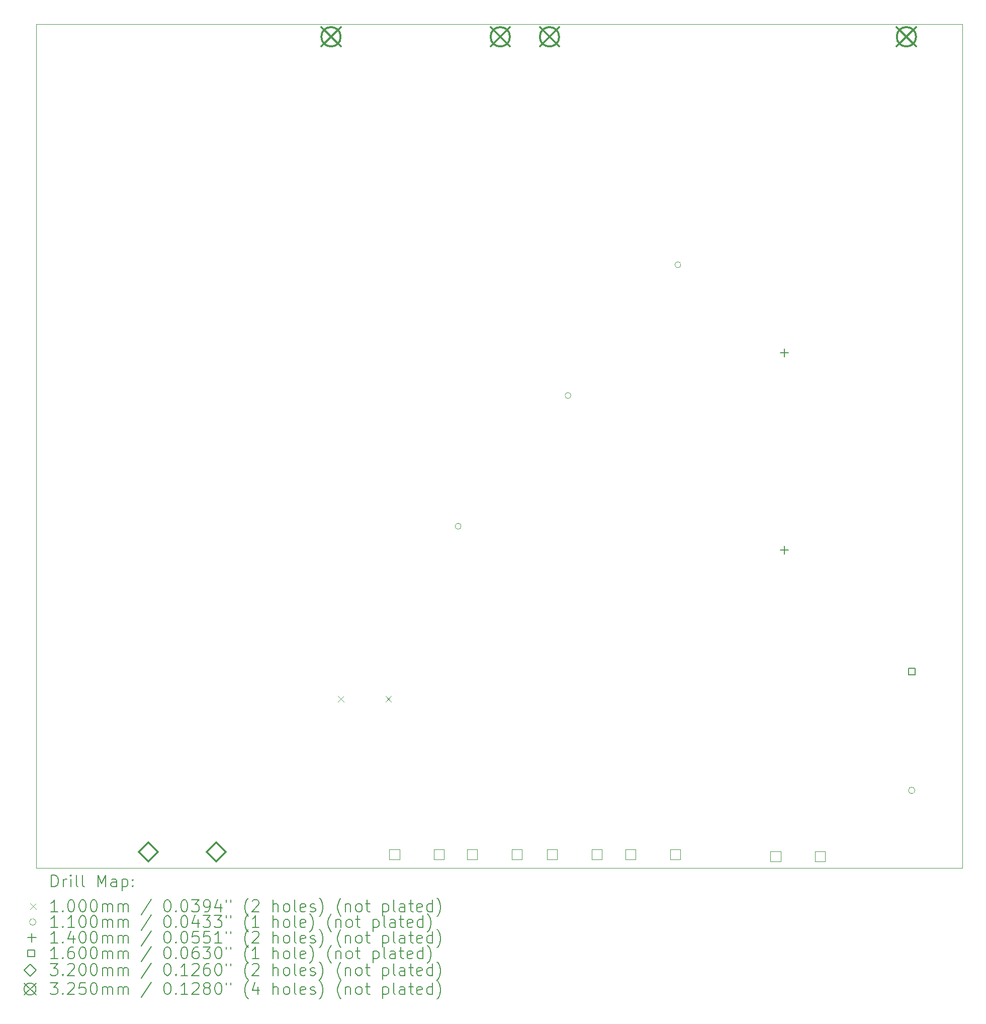
<source format=gbr>
%TF.GenerationSoftware,KiCad,Pcbnew,8.0.0-rc1*%
%TF.CreationDate,2024-04-08T12:56:42+03:00*%
%TF.ProjectId,MXVR_3566,4d585652-5f33-4353-9636-2e6b69636164,REV1*%
%TF.SameCoordinates,Original*%
%TF.FileFunction,Drillmap*%
%TF.FilePolarity,Positive*%
%FSLAX45Y45*%
G04 Gerber Fmt 4.5, Leading zero omitted, Abs format (unit mm)*
G04 Created by KiCad (PCBNEW 8.0.0-rc1) date 2024-04-08 12:56:42*
%MOMM*%
%LPD*%
G01*
G04 APERTURE LIST*
%ADD10C,0.050000*%
%ADD11C,0.200000*%
%ADD12C,0.100000*%
%ADD13C,0.110000*%
%ADD14C,0.140000*%
%ADD15C,0.160000*%
%ADD16C,0.320000*%
%ADD17C,0.325000*%
G04 APERTURE END LIST*
D10*
X4747000Y-2555000D02*
X20347000Y-2555000D01*
X20347000Y-16755000D01*
X4747000Y-16755000D01*
X4747000Y-2555000D01*
X11903500Y-11002000D02*
G75*
G02*
X11803500Y-11002000I-50000J0D01*
G01*
X11803500Y-11002000D02*
G75*
G02*
X11903500Y-11002000I50000J0D01*
G01*
X13753500Y-8802000D02*
G75*
G02*
X13653500Y-8802000I-50000J0D01*
G01*
X13653500Y-8802000D02*
G75*
G02*
X13753500Y-8802000I50000J0D01*
G01*
X15603500Y-6602000D02*
G75*
G02*
X15503500Y-6602000I-50000J0D01*
G01*
X15503500Y-6602000D02*
G75*
G02*
X15603500Y-6602000I50000J0D01*
G01*
X17114000Y-16642000D02*
X17284000Y-16642000D01*
X17284000Y-16472000D01*
X17114000Y-16472000D01*
X17114000Y-16642000D01*
X17864000Y-16642000D02*
X18034000Y-16642000D01*
X18034000Y-16472000D01*
X17864000Y-16472000D01*
X17864000Y-16642000D01*
X10696000Y-16612000D02*
X10866000Y-16612000D01*
X10866000Y-16442000D01*
X10696000Y-16442000D01*
X10696000Y-16612000D01*
X11446000Y-16612000D02*
X11616000Y-16612000D01*
X11616000Y-16442000D01*
X11446000Y-16442000D01*
X11446000Y-16612000D01*
X14672000Y-16613000D02*
X14842000Y-16613000D01*
X14842000Y-16443000D01*
X14672000Y-16443000D01*
X14672000Y-16613000D01*
X15422000Y-16613000D02*
X15592000Y-16613000D01*
X15592000Y-16443000D01*
X15422000Y-16443000D01*
X15422000Y-16613000D01*
X12005000Y-16609000D02*
X12175000Y-16609000D01*
X12175000Y-16439000D01*
X12005000Y-16439000D01*
X12005000Y-16609000D01*
X12755000Y-16609000D02*
X12925000Y-16609000D01*
X12925000Y-16439000D01*
X12755000Y-16439000D01*
X12755000Y-16609000D01*
X13352000Y-16609000D02*
X13522000Y-16609000D01*
X13522000Y-16439000D01*
X13352000Y-16439000D01*
X13352000Y-16609000D01*
X14102000Y-16609000D02*
X14272000Y-16609000D01*
X14272000Y-16439000D01*
X14102000Y-16439000D01*
X14102000Y-16609000D01*
D11*
D12*
X9832000Y-13856000D02*
X9932000Y-13956000D01*
X9932000Y-13856000D02*
X9832000Y-13956000D01*
X10630000Y-13856000D02*
X10730000Y-13956000D01*
X10730000Y-13856000D02*
X10630000Y-13956000D01*
D13*
X19545990Y-15446500D02*
G75*
G02*
X19435990Y-15446500I-55000J0D01*
G01*
X19435990Y-15446500D02*
G75*
G02*
X19545990Y-15446500I55000J0D01*
G01*
D14*
X17348000Y-8013000D02*
X17348000Y-8153000D01*
X17278000Y-8083000D02*
X17418000Y-8083000D01*
X17348000Y-11332000D02*
X17348000Y-11472000D01*
X17278000Y-11402000D02*
X17418000Y-11402000D01*
D15*
X19547559Y-13503069D02*
X19547559Y-13389931D01*
X19434421Y-13389931D01*
X19434421Y-13503069D01*
X19547559Y-13503069D01*
D16*
X6634500Y-16642750D02*
X6794500Y-16482750D01*
X6634500Y-16322750D01*
X6474500Y-16482750D01*
X6634500Y-16642750D01*
X7777500Y-16642750D02*
X7937500Y-16482750D01*
X7777500Y-16322750D01*
X7617500Y-16482750D01*
X7777500Y-16642750D01*
D17*
X9550500Y-2604500D02*
X9875500Y-2929500D01*
X9875500Y-2604500D02*
X9550500Y-2929500D01*
X9875500Y-2767000D02*
G75*
G02*
X9550500Y-2767000I-162500J0D01*
G01*
X9550500Y-2767000D02*
G75*
G02*
X9875500Y-2767000I162500J0D01*
G01*
X12400500Y-2604500D02*
X12725500Y-2929500D01*
X12725500Y-2604500D02*
X12400500Y-2929500D01*
X12725500Y-2767000D02*
G75*
G02*
X12400500Y-2767000I-162500J0D01*
G01*
X12400500Y-2767000D02*
G75*
G02*
X12725500Y-2767000I162500J0D01*
G01*
X13229000Y-2604500D02*
X13554000Y-2929500D01*
X13554000Y-2604500D02*
X13229000Y-2929500D01*
X13554000Y-2767000D02*
G75*
G02*
X13229000Y-2767000I-162500J0D01*
G01*
X13229000Y-2767000D02*
G75*
G02*
X13554000Y-2767000I162500J0D01*
G01*
X19239000Y-2604500D02*
X19564000Y-2929500D01*
X19564000Y-2604500D02*
X19239000Y-2929500D01*
X19564000Y-2767000D02*
G75*
G02*
X19239000Y-2767000I-162500J0D01*
G01*
X19239000Y-2767000D02*
G75*
G02*
X19564000Y-2767000I162500J0D01*
G01*
D11*
X5005277Y-17068984D02*
X5005277Y-16868984D01*
X5005277Y-16868984D02*
X5052896Y-16868984D01*
X5052896Y-16868984D02*
X5081467Y-16878508D01*
X5081467Y-16878508D02*
X5100515Y-16897555D01*
X5100515Y-16897555D02*
X5110039Y-16916603D01*
X5110039Y-16916603D02*
X5119563Y-16954698D01*
X5119563Y-16954698D02*
X5119563Y-16983270D01*
X5119563Y-16983270D02*
X5110039Y-17021365D01*
X5110039Y-17021365D02*
X5100515Y-17040412D01*
X5100515Y-17040412D02*
X5081467Y-17059460D01*
X5081467Y-17059460D02*
X5052896Y-17068984D01*
X5052896Y-17068984D02*
X5005277Y-17068984D01*
X5205277Y-17068984D02*
X5205277Y-16935650D01*
X5205277Y-16973746D02*
X5214801Y-16954698D01*
X5214801Y-16954698D02*
X5224324Y-16945174D01*
X5224324Y-16945174D02*
X5243372Y-16935650D01*
X5243372Y-16935650D02*
X5262420Y-16935650D01*
X5329086Y-17068984D02*
X5329086Y-16935650D01*
X5329086Y-16868984D02*
X5319563Y-16878508D01*
X5319563Y-16878508D02*
X5329086Y-16888031D01*
X5329086Y-16888031D02*
X5338610Y-16878508D01*
X5338610Y-16878508D02*
X5329086Y-16868984D01*
X5329086Y-16868984D02*
X5329086Y-16888031D01*
X5452896Y-17068984D02*
X5433848Y-17059460D01*
X5433848Y-17059460D02*
X5424324Y-17040412D01*
X5424324Y-17040412D02*
X5424324Y-16868984D01*
X5557658Y-17068984D02*
X5538610Y-17059460D01*
X5538610Y-17059460D02*
X5529086Y-17040412D01*
X5529086Y-17040412D02*
X5529086Y-16868984D01*
X5786229Y-17068984D02*
X5786229Y-16868984D01*
X5786229Y-16868984D02*
X5852896Y-17011841D01*
X5852896Y-17011841D02*
X5919562Y-16868984D01*
X5919562Y-16868984D02*
X5919562Y-17068984D01*
X6100515Y-17068984D02*
X6100515Y-16964222D01*
X6100515Y-16964222D02*
X6090991Y-16945174D01*
X6090991Y-16945174D02*
X6071943Y-16935650D01*
X6071943Y-16935650D02*
X6033848Y-16935650D01*
X6033848Y-16935650D02*
X6014801Y-16945174D01*
X6100515Y-17059460D02*
X6081467Y-17068984D01*
X6081467Y-17068984D02*
X6033848Y-17068984D01*
X6033848Y-17068984D02*
X6014801Y-17059460D01*
X6014801Y-17059460D02*
X6005277Y-17040412D01*
X6005277Y-17040412D02*
X6005277Y-17021365D01*
X6005277Y-17021365D02*
X6014801Y-17002317D01*
X6014801Y-17002317D02*
X6033848Y-16992793D01*
X6033848Y-16992793D02*
X6081467Y-16992793D01*
X6081467Y-16992793D02*
X6100515Y-16983270D01*
X6195753Y-16935650D02*
X6195753Y-17135650D01*
X6195753Y-16945174D02*
X6214801Y-16935650D01*
X6214801Y-16935650D02*
X6252896Y-16935650D01*
X6252896Y-16935650D02*
X6271943Y-16945174D01*
X6271943Y-16945174D02*
X6281467Y-16954698D01*
X6281467Y-16954698D02*
X6290991Y-16973746D01*
X6290991Y-16973746D02*
X6290991Y-17030889D01*
X6290991Y-17030889D02*
X6281467Y-17049936D01*
X6281467Y-17049936D02*
X6271943Y-17059460D01*
X6271943Y-17059460D02*
X6252896Y-17068984D01*
X6252896Y-17068984D02*
X6214801Y-17068984D01*
X6214801Y-17068984D02*
X6195753Y-17059460D01*
X6376705Y-17049936D02*
X6386229Y-17059460D01*
X6386229Y-17059460D02*
X6376705Y-17068984D01*
X6376705Y-17068984D02*
X6367182Y-17059460D01*
X6367182Y-17059460D02*
X6376705Y-17049936D01*
X6376705Y-17049936D02*
X6376705Y-17068984D01*
X6376705Y-16945174D02*
X6386229Y-16954698D01*
X6386229Y-16954698D02*
X6376705Y-16964222D01*
X6376705Y-16964222D02*
X6367182Y-16954698D01*
X6367182Y-16954698D02*
X6376705Y-16945174D01*
X6376705Y-16945174D02*
X6376705Y-16964222D01*
D12*
X4644500Y-17347500D02*
X4744500Y-17447500D01*
X4744500Y-17347500D02*
X4644500Y-17447500D01*
D11*
X5110039Y-17488984D02*
X4995753Y-17488984D01*
X5052896Y-17488984D02*
X5052896Y-17288984D01*
X5052896Y-17288984D02*
X5033848Y-17317555D01*
X5033848Y-17317555D02*
X5014801Y-17336603D01*
X5014801Y-17336603D02*
X4995753Y-17346127D01*
X5195753Y-17469936D02*
X5205277Y-17479460D01*
X5205277Y-17479460D02*
X5195753Y-17488984D01*
X5195753Y-17488984D02*
X5186229Y-17479460D01*
X5186229Y-17479460D02*
X5195753Y-17469936D01*
X5195753Y-17469936D02*
X5195753Y-17488984D01*
X5329086Y-17288984D02*
X5348134Y-17288984D01*
X5348134Y-17288984D02*
X5367182Y-17298508D01*
X5367182Y-17298508D02*
X5376705Y-17308031D01*
X5376705Y-17308031D02*
X5386229Y-17327079D01*
X5386229Y-17327079D02*
X5395753Y-17365174D01*
X5395753Y-17365174D02*
X5395753Y-17412793D01*
X5395753Y-17412793D02*
X5386229Y-17450889D01*
X5386229Y-17450889D02*
X5376705Y-17469936D01*
X5376705Y-17469936D02*
X5367182Y-17479460D01*
X5367182Y-17479460D02*
X5348134Y-17488984D01*
X5348134Y-17488984D02*
X5329086Y-17488984D01*
X5329086Y-17488984D02*
X5310039Y-17479460D01*
X5310039Y-17479460D02*
X5300515Y-17469936D01*
X5300515Y-17469936D02*
X5290991Y-17450889D01*
X5290991Y-17450889D02*
X5281467Y-17412793D01*
X5281467Y-17412793D02*
X5281467Y-17365174D01*
X5281467Y-17365174D02*
X5290991Y-17327079D01*
X5290991Y-17327079D02*
X5300515Y-17308031D01*
X5300515Y-17308031D02*
X5310039Y-17298508D01*
X5310039Y-17298508D02*
X5329086Y-17288984D01*
X5519563Y-17288984D02*
X5538610Y-17288984D01*
X5538610Y-17288984D02*
X5557658Y-17298508D01*
X5557658Y-17298508D02*
X5567182Y-17308031D01*
X5567182Y-17308031D02*
X5576705Y-17327079D01*
X5576705Y-17327079D02*
X5586229Y-17365174D01*
X5586229Y-17365174D02*
X5586229Y-17412793D01*
X5586229Y-17412793D02*
X5576705Y-17450889D01*
X5576705Y-17450889D02*
X5567182Y-17469936D01*
X5567182Y-17469936D02*
X5557658Y-17479460D01*
X5557658Y-17479460D02*
X5538610Y-17488984D01*
X5538610Y-17488984D02*
X5519563Y-17488984D01*
X5519563Y-17488984D02*
X5500515Y-17479460D01*
X5500515Y-17479460D02*
X5490991Y-17469936D01*
X5490991Y-17469936D02*
X5481467Y-17450889D01*
X5481467Y-17450889D02*
X5471944Y-17412793D01*
X5471944Y-17412793D02*
X5471944Y-17365174D01*
X5471944Y-17365174D02*
X5481467Y-17327079D01*
X5481467Y-17327079D02*
X5490991Y-17308031D01*
X5490991Y-17308031D02*
X5500515Y-17298508D01*
X5500515Y-17298508D02*
X5519563Y-17288984D01*
X5710039Y-17288984D02*
X5729086Y-17288984D01*
X5729086Y-17288984D02*
X5748134Y-17298508D01*
X5748134Y-17298508D02*
X5757658Y-17308031D01*
X5757658Y-17308031D02*
X5767182Y-17327079D01*
X5767182Y-17327079D02*
X5776705Y-17365174D01*
X5776705Y-17365174D02*
X5776705Y-17412793D01*
X5776705Y-17412793D02*
X5767182Y-17450889D01*
X5767182Y-17450889D02*
X5757658Y-17469936D01*
X5757658Y-17469936D02*
X5748134Y-17479460D01*
X5748134Y-17479460D02*
X5729086Y-17488984D01*
X5729086Y-17488984D02*
X5710039Y-17488984D01*
X5710039Y-17488984D02*
X5690991Y-17479460D01*
X5690991Y-17479460D02*
X5681467Y-17469936D01*
X5681467Y-17469936D02*
X5671943Y-17450889D01*
X5671943Y-17450889D02*
X5662420Y-17412793D01*
X5662420Y-17412793D02*
X5662420Y-17365174D01*
X5662420Y-17365174D02*
X5671943Y-17327079D01*
X5671943Y-17327079D02*
X5681467Y-17308031D01*
X5681467Y-17308031D02*
X5690991Y-17298508D01*
X5690991Y-17298508D02*
X5710039Y-17288984D01*
X5862420Y-17488984D02*
X5862420Y-17355650D01*
X5862420Y-17374698D02*
X5871943Y-17365174D01*
X5871943Y-17365174D02*
X5890991Y-17355650D01*
X5890991Y-17355650D02*
X5919563Y-17355650D01*
X5919563Y-17355650D02*
X5938610Y-17365174D01*
X5938610Y-17365174D02*
X5948134Y-17384222D01*
X5948134Y-17384222D02*
X5948134Y-17488984D01*
X5948134Y-17384222D02*
X5957658Y-17365174D01*
X5957658Y-17365174D02*
X5976705Y-17355650D01*
X5976705Y-17355650D02*
X6005277Y-17355650D01*
X6005277Y-17355650D02*
X6024324Y-17365174D01*
X6024324Y-17365174D02*
X6033848Y-17384222D01*
X6033848Y-17384222D02*
X6033848Y-17488984D01*
X6129086Y-17488984D02*
X6129086Y-17355650D01*
X6129086Y-17374698D02*
X6138610Y-17365174D01*
X6138610Y-17365174D02*
X6157658Y-17355650D01*
X6157658Y-17355650D02*
X6186229Y-17355650D01*
X6186229Y-17355650D02*
X6205277Y-17365174D01*
X6205277Y-17365174D02*
X6214801Y-17384222D01*
X6214801Y-17384222D02*
X6214801Y-17488984D01*
X6214801Y-17384222D02*
X6224324Y-17365174D01*
X6224324Y-17365174D02*
X6243372Y-17355650D01*
X6243372Y-17355650D02*
X6271943Y-17355650D01*
X6271943Y-17355650D02*
X6290991Y-17365174D01*
X6290991Y-17365174D02*
X6300515Y-17384222D01*
X6300515Y-17384222D02*
X6300515Y-17488984D01*
X6690991Y-17279460D02*
X6519563Y-17536603D01*
X6948134Y-17288984D02*
X6967182Y-17288984D01*
X6967182Y-17288984D02*
X6986229Y-17298508D01*
X6986229Y-17298508D02*
X6995753Y-17308031D01*
X6995753Y-17308031D02*
X7005277Y-17327079D01*
X7005277Y-17327079D02*
X7014801Y-17365174D01*
X7014801Y-17365174D02*
X7014801Y-17412793D01*
X7014801Y-17412793D02*
X7005277Y-17450889D01*
X7005277Y-17450889D02*
X6995753Y-17469936D01*
X6995753Y-17469936D02*
X6986229Y-17479460D01*
X6986229Y-17479460D02*
X6967182Y-17488984D01*
X6967182Y-17488984D02*
X6948134Y-17488984D01*
X6948134Y-17488984D02*
X6929086Y-17479460D01*
X6929086Y-17479460D02*
X6919563Y-17469936D01*
X6919563Y-17469936D02*
X6910039Y-17450889D01*
X6910039Y-17450889D02*
X6900515Y-17412793D01*
X6900515Y-17412793D02*
X6900515Y-17365174D01*
X6900515Y-17365174D02*
X6910039Y-17327079D01*
X6910039Y-17327079D02*
X6919563Y-17308031D01*
X6919563Y-17308031D02*
X6929086Y-17298508D01*
X6929086Y-17298508D02*
X6948134Y-17288984D01*
X7100515Y-17469936D02*
X7110039Y-17479460D01*
X7110039Y-17479460D02*
X7100515Y-17488984D01*
X7100515Y-17488984D02*
X7090991Y-17479460D01*
X7090991Y-17479460D02*
X7100515Y-17469936D01*
X7100515Y-17469936D02*
X7100515Y-17488984D01*
X7233848Y-17288984D02*
X7252896Y-17288984D01*
X7252896Y-17288984D02*
X7271944Y-17298508D01*
X7271944Y-17298508D02*
X7281467Y-17308031D01*
X7281467Y-17308031D02*
X7290991Y-17327079D01*
X7290991Y-17327079D02*
X7300515Y-17365174D01*
X7300515Y-17365174D02*
X7300515Y-17412793D01*
X7300515Y-17412793D02*
X7290991Y-17450889D01*
X7290991Y-17450889D02*
X7281467Y-17469936D01*
X7281467Y-17469936D02*
X7271944Y-17479460D01*
X7271944Y-17479460D02*
X7252896Y-17488984D01*
X7252896Y-17488984D02*
X7233848Y-17488984D01*
X7233848Y-17488984D02*
X7214801Y-17479460D01*
X7214801Y-17479460D02*
X7205277Y-17469936D01*
X7205277Y-17469936D02*
X7195753Y-17450889D01*
X7195753Y-17450889D02*
X7186229Y-17412793D01*
X7186229Y-17412793D02*
X7186229Y-17365174D01*
X7186229Y-17365174D02*
X7195753Y-17327079D01*
X7195753Y-17327079D02*
X7205277Y-17308031D01*
X7205277Y-17308031D02*
X7214801Y-17298508D01*
X7214801Y-17298508D02*
X7233848Y-17288984D01*
X7367182Y-17288984D02*
X7490991Y-17288984D01*
X7490991Y-17288984D02*
X7424325Y-17365174D01*
X7424325Y-17365174D02*
X7452896Y-17365174D01*
X7452896Y-17365174D02*
X7471944Y-17374698D01*
X7471944Y-17374698D02*
X7481467Y-17384222D01*
X7481467Y-17384222D02*
X7490991Y-17403270D01*
X7490991Y-17403270D02*
X7490991Y-17450889D01*
X7490991Y-17450889D02*
X7481467Y-17469936D01*
X7481467Y-17469936D02*
X7471944Y-17479460D01*
X7471944Y-17479460D02*
X7452896Y-17488984D01*
X7452896Y-17488984D02*
X7395753Y-17488984D01*
X7395753Y-17488984D02*
X7376706Y-17479460D01*
X7376706Y-17479460D02*
X7367182Y-17469936D01*
X7586229Y-17488984D02*
X7624325Y-17488984D01*
X7624325Y-17488984D02*
X7643372Y-17479460D01*
X7643372Y-17479460D02*
X7652896Y-17469936D01*
X7652896Y-17469936D02*
X7671944Y-17441365D01*
X7671944Y-17441365D02*
X7681467Y-17403270D01*
X7681467Y-17403270D02*
X7681467Y-17327079D01*
X7681467Y-17327079D02*
X7671944Y-17308031D01*
X7671944Y-17308031D02*
X7662420Y-17298508D01*
X7662420Y-17298508D02*
X7643372Y-17288984D01*
X7643372Y-17288984D02*
X7605277Y-17288984D01*
X7605277Y-17288984D02*
X7586229Y-17298508D01*
X7586229Y-17298508D02*
X7576706Y-17308031D01*
X7576706Y-17308031D02*
X7567182Y-17327079D01*
X7567182Y-17327079D02*
X7567182Y-17374698D01*
X7567182Y-17374698D02*
X7576706Y-17393746D01*
X7576706Y-17393746D02*
X7586229Y-17403270D01*
X7586229Y-17403270D02*
X7605277Y-17412793D01*
X7605277Y-17412793D02*
X7643372Y-17412793D01*
X7643372Y-17412793D02*
X7662420Y-17403270D01*
X7662420Y-17403270D02*
X7671944Y-17393746D01*
X7671944Y-17393746D02*
X7681467Y-17374698D01*
X7852896Y-17355650D02*
X7852896Y-17488984D01*
X7805277Y-17279460D02*
X7757658Y-17422317D01*
X7757658Y-17422317D02*
X7881467Y-17422317D01*
X7948134Y-17288984D02*
X7948134Y-17327079D01*
X8024325Y-17288984D02*
X8024325Y-17327079D01*
X8319563Y-17565174D02*
X8310039Y-17555650D01*
X8310039Y-17555650D02*
X8290991Y-17527079D01*
X8290991Y-17527079D02*
X8281468Y-17508031D01*
X8281468Y-17508031D02*
X8271944Y-17479460D01*
X8271944Y-17479460D02*
X8262420Y-17431841D01*
X8262420Y-17431841D02*
X8262420Y-17393746D01*
X8262420Y-17393746D02*
X8271944Y-17346127D01*
X8271944Y-17346127D02*
X8281468Y-17317555D01*
X8281468Y-17317555D02*
X8290991Y-17298508D01*
X8290991Y-17298508D02*
X8310039Y-17269936D01*
X8310039Y-17269936D02*
X8319563Y-17260412D01*
X8386229Y-17308031D02*
X8395753Y-17298508D01*
X8395753Y-17298508D02*
X8414801Y-17288984D01*
X8414801Y-17288984D02*
X8462420Y-17288984D01*
X8462420Y-17288984D02*
X8481468Y-17298508D01*
X8481468Y-17298508D02*
X8490991Y-17308031D01*
X8490991Y-17308031D02*
X8500515Y-17327079D01*
X8500515Y-17327079D02*
X8500515Y-17346127D01*
X8500515Y-17346127D02*
X8490991Y-17374698D01*
X8490991Y-17374698D02*
X8376706Y-17488984D01*
X8376706Y-17488984D02*
X8500515Y-17488984D01*
X8738611Y-17488984D02*
X8738611Y-17288984D01*
X8824325Y-17488984D02*
X8824325Y-17384222D01*
X8824325Y-17384222D02*
X8814801Y-17365174D01*
X8814801Y-17365174D02*
X8795753Y-17355650D01*
X8795753Y-17355650D02*
X8767182Y-17355650D01*
X8767182Y-17355650D02*
X8748134Y-17365174D01*
X8748134Y-17365174D02*
X8738611Y-17374698D01*
X8948134Y-17488984D02*
X8929087Y-17479460D01*
X8929087Y-17479460D02*
X8919563Y-17469936D01*
X8919563Y-17469936D02*
X8910039Y-17450889D01*
X8910039Y-17450889D02*
X8910039Y-17393746D01*
X8910039Y-17393746D02*
X8919563Y-17374698D01*
X8919563Y-17374698D02*
X8929087Y-17365174D01*
X8929087Y-17365174D02*
X8948134Y-17355650D01*
X8948134Y-17355650D02*
X8976706Y-17355650D01*
X8976706Y-17355650D02*
X8995753Y-17365174D01*
X8995753Y-17365174D02*
X9005277Y-17374698D01*
X9005277Y-17374698D02*
X9014801Y-17393746D01*
X9014801Y-17393746D02*
X9014801Y-17450889D01*
X9014801Y-17450889D02*
X9005277Y-17469936D01*
X9005277Y-17469936D02*
X8995753Y-17479460D01*
X8995753Y-17479460D02*
X8976706Y-17488984D01*
X8976706Y-17488984D02*
X8948134Y-17488984D01*
X9129087Y-17488984D02*
X9110039Y-17479460D01*
X9110039Y-17479460D02*
X9100515Y-17460412D01*
X9100515Y-17460412D02*
X9100515Y-17288984D01*
X9281468Y-17479460D02*
X9262420Y-17488984D01*
X9262420Y-17488984D02*
X9224325Y-17488984D01*
X9224325Y-17488984D02*
X9205277Y-17479460D01*
X9205277Y-17479460D02*
X9195753Y-17460412D01*
X9195753Y-17460412D02*
X9195753Y-17384222D01*
X9195753Y-17384222D02*
X9205277Y-17365174D01*
X9205277Y-17365174D02*
X9224325Y-17355650D01*
X9224325Y-17355650D02*
X9262420Y-17355650D01*
X9262420Y-17355650D02*
X9281468Y-17365174D01*
X9281468Y-17365174D02*
X9290992Y-17384222D01*
X9290992Y-17384222D02*
X9290992Y-17403270D01*
X9290992Y-17403270D02*
X9195753Y-17422317D01*
X9367182Y-17479460D02*
X9386230Y-17488984D01*
X9386230Y-17488984D02*
X9424325Y-17488984D01*
X9424325Y-17488984D02*
X9443373Y-17479460D01*
X9443373Y-17479460D02*
X9452896Y-17460412D01*
X9452896Y-17460412D02*
X9452896Y-17450889D01*
X9452896Y-17450889D02*
X9443373Y-17431841D01*
X9443373Y-17431841D02*
X9424325Y-17422317D01*
X9424325Y-17422317D02*
X9395753Y-17422317D01*
X9395753Y-17422317D02*
X9376706Y-17412793D01*
X9376706Y-17412793D02*
X9367182Y-17393746D01*
X9367182Y-17393746D02*
X9367182Y-17384222D01*
X9367182Y-17384222D02*
X9376706Y-17365174D01*
X9376706Y-17365174D02*
X9395753Y-17355650D01*
X9395753Y-17355650D02*
X9424325Y-17355650D01*
X9424325Y-17355650D02*
X9443373Y-17365174D01*
X9519563Y-17565174D02*
X9529087Y-17555650D01*
X9529087Y-17555650D02*
X9548134Y-17527079D01*
X9548134Y-17527079D02*
X9557658Y-17508031D01*
X9557658Y-17508031D02*
X9567182Y-17479460D01*
X9567182Y-17479460D02*
X9576706Y-17431841D01*
X9576706Y-17431841D02*
X9576706Y-17393746D01*
X9576706Y-17393746D02*
X9567182Y-17346127D01*
X9567182Y-17346127D02*
X9557658Y-17317555D01*
X9557658Y-17317555D02*
X9548134Y-17298508D01*
X9548134Y-17298508D02*
X9529087Y-17269936D01*
X9529087Y-17269936D02*
X9519563Y-17260412D01*
X9881468Y-17565174D02*
X9871944Y-17555650D01*
X9871944Y-17555650D02*
X9852896Y-17527079D01*
X9852896Y-17527079D02*
X9843373Y-17508031D01*
X9843373Y-17508031D02*
X9833849Y-17479460D01*
X9833849Y-17479460D02*
X9824325Y-17431841D01*
X9824325Y-17431841D02*
X9824325Y-17393746D01*
X9824325Y-17393746D02*
X9833849Y-17346127D01*
X9833849Y-17346127D02*
X9843373Y-17317555D01*
X9843373Y-17317555D02*
X9852896Y-17298508D01*
X9852896Y-17298508D02*
X9871944Y-17269936D01*
X9871944Y-17269936D02*
X9881468Y-17260412D01*
X9957658Y-17355650D02*
X9957658Y-17488984D01*
X9957658Y-17374698D02*
X9967182Y-17365174D01*
X9967182Y-17365174D02*
X9986230Y-17355650D01*
X9986230Y-17355650D02*
X10014801Y-17355650D01*
X10014801Y-17355650D02*
X10033849Y-17365174D01*
X10033849Y-17365174D02*
X10043373Y-17384222D01*
X10043373Y-17384222D02*
X10043373Y-17488984D01*
X10167182Y-17488984D02*
X10148134Y-17479460D01*
X10148134Y-17479460D02*
X10138611Y-17469936D01*
X10138611Y-17469936D02*
X10129087Y-17450889D01*
X10129087Y-17450889D02*
X10129087Y-17393746D01*
X10129087Y-17393746D02*
X10138611Y-17374698D01*
X10138611Y-17374698D02*
X10148134Y-17365174D01*
X10148134Y-17365174D02*
X10167182Y-17355650D01*
X10167182Y-17355650D02*
X10195754Y-17355650D01*
X10195754Y-17355650D02*
X10214801Y-17365174D01*
X10214801Y-17365174D02*
X10224325Y-17374698D01*
X10224325Y-17374698D02*
X10233849Y-17393746D01*
X10233849Y-17393746D02*
X10233849Y-17450889D01*
X10233849Y-17450889D02*
X10224325Y-17469936D01*
X10224325Y-17469936D02*
X10214801Y-17479460D01*
X10214801Y-17479460D02*
X10195754Y-17488984D01*
X10195754Y-17488984D02*
X10167182Y-17488984D01*
X10290992Y-17355650D02*
X10367182Y-17355650D01*
X10319563Y-17288984D02*
X10319563Y-17460412D01*
X10319563Y-17460412D02*
X10329087Y-17479460D01*
X10329087Y-17479460D02*
X10348134Y-17488984D01*
X10348134Y-17488984D02*
X10367182Y-17488984D01*
X10586230Y-17355650D02*
X10586230Y-17555650D01*
X10586230Y-17365174D02*
X10605277Y-17355650D01*
X10605277Y-17355650D02*
X10643373Y-17355650D01*
X10643373Y-17355650D02*
X10662420Y-17365174D01*
X10662420Y-17365174D02*
X10671944Y-17374698D01*
X10671944Y-17374698D02*
X10681468Y-17393746D01*
X10681468Y-17393746D02*
X10681468Y-17450889D01*
X10681468Y-17450889D02*
X10671944Y-17469936D01*
X10671944Y-17469936D02*
X10662420Y-17479460D01*
X10662420Y-17479460D02*
X10643373Y-17488984D01*
X10643373Y-17488984D02*
X10605277Y-17488984D01*
X10605277Y-17488984D02*
X10586230Y-17479460D01*
X10795754Y-17488984D02*
X10776706Y-17479460D01*
X10776706Y-17479460D02*
X10767182Y-17460412D01*
X10767182Y-17460412D02*
X10767182Y-17288984D01*
X10957658Y-17488984D02*
X10957658Y-17384222D01*
X10957658Y-17384222D02*
X10948135Y-17365174D01*
X10948135Y-17365174D02*
X10929087Y-17355650D01*
X10929087Y-17355650D02*
X10890992Y-17355650D01*
X10890992Y-17355650D02*
X10871944Y-17365174D01*
X10957658Y-17479460D02*
X10938611Y-17488984D01*
X10938611Y-17488984D02*
X10890992Y-17488984D01*
X10890992Y-17488984D02*
X10871944Y-17479460D01*
X10871944Y-17479460D02*
X10862420Y-17460412D01*
X10862420Y-17460412D02*
X10862420Y-17441365D01*
X10862420Y-17441365D02*
X10871944Y-17422317D01*
X10871944Y-17422317D02*
X10890992Y-17412793D01*
X10890992Y-17412793D02*
X10938611Y-17412793D01*
X10938611Y-17412793D02*
X10957658Y-17403270D01*
X11024325Y-17355650D02*
X11100515Y-17355650D01*
X11052896Y-17288984D02*
X11052896Y-17460412D01*
X11052896Y-17460412D02*
X11062420Y-17479460D01*
X11062420Y-17479460D02*
X11081468Y-17488984D01*
X11081468Y-17488984D02*
X11100515Y-17488984D01*
X11243373Y-17479460D02*
X11224325Y-17488984D01*
X11224325Y-17488984D02*
X11186230Y-17488984D01*
X11186230Y-17488984D02*
X11167182Y-17479460D01*
X11167182Y-17479460D02*
X11157658Y-17460412D01*
X11157658Y-17460412D02*
X11157658Y-17384222D01*
X11157658Y-17384222D02*
X11167182Y-17365174D01*
X11167182Y-17365174D02*
X11186230Y-17355650D01*
X11186230Y-17355650D02*
X11224325Y-17355650D01*
X11224325Y-17355650D02*
X11243373Y-17365174D01*
X11243373Y-17365174D02*
X11252896Y-17384222D01*
X11252896Y-17384222D02*
X11252896Y-17403270D01*
X11252896Y-17403270D02*
X11157658Y-17422317D01*
X11424325Y-17488984D02*
X11424325Y-17288984D01*
X11424325Y-17479460D02*
X11405277Y-17488984D01*
X11405277Y-17488984D02*
X11367182Y-17488984D01*
X11367182Y-17488984D02*
X11348134Y-17479460D01*
X11348134Y-17479460D02*
X11338611Y-17469936D01*
X11338611Y-17469936D02*
X11329087Y-17450889D01*
X11329087Y-17450889D02*
X11329087Y-17393746D01*
X11329087Y-17393746D02*
X11338611Y-17374698D01*
X11338611Y-17374698D02*
X11348134Y-17365174D01*
X11348134Y-17365174D02*
X11367182Y-17355650D01*
X11367182Y-17355650D02*
X11405277Y-17355650D01*
X11405277Y-17355650D02*
X11424325Y-17365174D01*
X11500515Y-17565174D02*
X11510039Y-17555650D01*
X11510039Y-17555650D02*
X11529087Y-17527079D01*
X11529087Y-17527079D02*
X11538611Y-17508031D01*
X11538611Y-17508031D02*
X11548134Y-17479460D01*
X11548134Y-17479460D02*
X11557658Y-17431841D01*
X11557658Y-17431841D02*
X11557658Y-17393746D01*
X11557658Y-17393746D02*
X11548134Y-17346127D01*
X11548134Y-17346127D02*
X11538611Y-17317555D01*
X11538611Y-17317555D02*
X11529087Y-17298508D01*
X11529087Y-17298508D02*
X11510039Y-17269936D01*
X11510039Y-17269936D02*
X11500515Y-17260412D01*
D13*
X4744500Y-17661500D02*
G75*
G02*
X4634500Y-17661500I-55000J0D01*
G01*
X4634500Y-17661500D02*
G75*
G02*
X4744500Y-17661500I55000J0D01*
G01*
D11*
X5110039Y-17752984D02*
X4995753Y-17752984D01*
X5052896Y-17752984D02*
X5052896Y-17552984D01*
X5052896Y-17552984D02*
X5033848Y-17581555D01*
X5033848Y-17581555D02*
X5014801Y-17600603D01*
X5014801Y-17600603D02*
X4995753Y-17610127D01*
X5195753Y-17733936D02*
X5205277Y-17743460D01*
X5205277Y-17743460D02*
X5195753Y-17752984D01*
X5195753Y-17752984D02*
X5186229Y-17743460D01*
X5186229Y-17743460D02*
X5195753Y-17733936D01*
X5195753Y-17733936D02*
X5195753Y-17752984D01*
X5395753Y-17752984D02*
X5281467Y-17752984D01*
X5338610Y-17752984D02*
X5338610Y-17552984D01*
X5338610Y-17552984D02*
X5319563Y-17581555D01*
X5319563Y-17581555D02*
X5300515Y-17600603D01*
X5300515Y-17600603D02*
X5281467Y-17610127D01*
X5519563Y-17552984D02*
X5538610Y-17552984D01*
X5538610Y-17552984D02*
X5557658Y-17562508D01*
X5557658Y-17562508D02*
X5567182Y-17572031D01*
X5567182Y-17572031D02*
X5576705Y-17591079D01*
X5576705Y-17591079D02*
X5586229Y-17629174D01*
X5586229Y-17629174D02*
X5586229Y-17676793D01*
X5586229Y-17676793D02*
X5576705Y-17714889D01*
X5576705Y-17714889D02*
X5567182Y-17733936D01*
X5567182Y-17733936D02*
X5557658Y-17743460D01*
X5557658Y-17743460D02*
X5538610Y-17752984D01*
X5538610Y-17752984D02*
X5519563Y-17752984D01*
X5519563Y-17752984D02*
X5500515Y-17743460D01*
X5500515Y-17743460D02*
X5490991Y-17733936D01*
X5490991Y-17733936D02*
X5481467Y-17714889D01*
X5481467Y-17714889D02*
X5471944Y-17676793D01*
X5471944Y-17676793D02*
X5471944Y-17629174D01*
X5471944Y-17629174D02*
X5481467Y-17591079D01*
X5481467Y-17591079D02*
X5490991Y-17572031D01*
X5490991Y-17572031D02*
X5500515Y-17562508D01*
X5500515Y-17562508D02*
X5519563Y-17552984D01*
X5710039Y-17552984D02*
X5729086Y-17552984D01*
X5729086Y-17552984D02*
X5748134Y-17562508D01*
X5748134Y-17562508D02*
X5757658Y-17572031D01*
X5757658Y-17572031D02*
X5767182Y-17591079D01*
X5767182Y-17591079D02*
X5776705Y-17629174D01*
X5776705Y-17629174D02*
X5776705Y-17676793D01*
X5776705Y-17676793D02*
X5767182Y-17714889D01*
X5767182Y-17714889D02*
X5757658Y-17733936D01*
X5757658Y-17733936D02*
X5748134Y-17743460D01*
X5748134Y-17743460D02*
X5729086Y-17752984D01*
X5729086Y-17752984D02*
X5710039Y-17752984D01*
X5710039Y-17752984D02*
X5690991Y-17743460D01*
X5690991Y-17743460D02*
X5681467Y-17733936D01*
X5681467Y-17733936D02*
X5671943Y-17714889D01*
X5671943Y-17714889D02*
X5662420Y-17676793D01*
X5662420Y-17676793D02*
X5662420Y-17629174D01*
X5662420Y-17629174D02*
X5671943Y-17591079D01*
X5671943Y-17591079D02*
X5681467Y-17572031D01*
X5681467Y-17572031D02*
X5690991Y-17562508D01*
X5690991Y-17562508D02*
X5710039Y-17552984D01*
X5862420Y-17752984D02*
X5862420Y-17619650D01*
X5862420Y-17638698D02*
X5871943Y-17629174D01*
X5871943Y-17629174D02*
X5890991Y-17619650D01*
X5890991Y-17619650D02*
X5919563Y-17619650D01*
X5919563Y-17619650D02*
X5938610Y-17629174D01*
X5938610Y-17629174D02*
X5948134Y-17648222D01*
X5948134Y-17648222D02*
X5948134Y-17752984D01*
X5948134Y-17648222D02*
X5957658Y-17629174D01*
X5957658Y-17629174D02*
X5976705Y-17619650D01*
X5976705Y-17619650D02*
X6005277Y-17619650D01*
X6005277Y-17619650D02*
X6024324Y-17629174D01*
X6024324Y-17629174D02*
X6033848Y-17648222D01*
X6033848Y-17648222D02*
X6033848Y-17752984D01*
X6129086Y-17752984D02*
X6129086Y-17619650D01*
X6129086Y-17638698D02*
X6138610Y-17629174D01*
X6138610Y-17629174D02*
X6157658Y-17619650D01*
X6157658Y-17619650D02*
X6186229Y-17619650D01*
X6186229Y-17619650D02*
X6205277Y-17629174D01*
X6205277Y-17629174D02*
X6214801Y-17648222D01*
X6214801Y-17648222D02*
X6214801Y-17752984D01*
X6214801Y-17648222D02*
X6224324Y-17629174D01*
X6224324Y-17629174D02*
X6243372Y-17619650D01*
X6243372Y-17619650D02*
X6271943Y-17619650D01*
X6271943Y-17619650D02*
X6290991Y-17629174D01*
X6290991Y-17629174D02*
X6300515Y-17648222D01*
X6300515Y-17648222D02*
X6300515Y-17752984D01*
X6690991Y-17543460D02*
X6519563Y-17800603D01*
X6948134Y-17552984D02*
X6967182Y-17552984D01*
X6967182Y-17552984D02*
X6986229Y-17562508D01*
X6986229Y-17562508D02*
X6995753Y-17572031D01*
X6995753Y-17572031D02*
X7005277Y-17591079D01*
X7005277Y-17591079D02*
X7014801Y-17629174D01*
X7014801Y-17629174D02*
X7014801Y-17676793D01*
X7014801Y-17676793D02*
X7005277Y-17714889D01*
X7005277Y-17714889D02*
X6995753Y-17733936D01*
X6995753Y-17733936D02*
X6986229Y-17743460D01*
X6986229Y-17743460D02*
X6967182Y-17752984D01*
X6967182Y-17752984D02*
X6948134Y-17752984D01*
X6948134Y-17752984D02*
X6929086Y-17743460D01*
X6929086Y-17743460D02*
X6919563Y-17733936D01*
X6919563Y-17733936D02*
X6910039Y-17714889D01*
X6910039Y-17714889D02*
X6900515Y-17676793D01*
X6900515Y-17676793D02*
X6900515Y-17629174D01*
X6900515Y-17629174D02*
X6910039Y-17591079D01*
X6910039Y-17591079D02*
X6919563Y-17572031D01*
X6919563Y-17572031D02*
X6929086Y-17562508D01*
X6929086Y-17562508D02*
X6948134Y-17552984D01*
X7100515Y-17733936D02*
X7110039Y-17743460D01*
X7110039Y-17743460D02*
X7100515Y-17752984D01*
X7100515Y-17752984D02*
X7090991Y-17743460D01*
X7090991Y-17743460D02*
X7100515Y-17733936D01*
X7100515Y-17733936D02*
X7100515Y-17752984D01*
X7233848Y-17552984D02*
X7252896Y-17552984D01*
X7252896Y-17552984D02*
X7271944Y-17562508D01*
X7271944Y-17562508D02*
X7281467Y-17572031D01*
X7281467Y-17572031D02*
X7290991Y-17591079D01*
X7290991Y-17591079D02*
X7300515Y-17629174D01*
X7300515Y-17629174D02*
X7300515Y-17676793D01*
X7300515Y-17676793D02*
X7290991Y-17714889D01*
X7290991Y-17714889D02*
X7281467Y-17733936D01*
X7281467Y-17733936D02*
X7271944Y-17743460D01*
X7271944Y-17743460D02*
X7252896Y-17752984D01*
X7252896Y-17752984D02*
X7233848Y-17752984D01*
X7233848Y-17752984D02*
X7214801Y-17743460D01*
X7214801Y-17743460D02*
X7205277Y-17733936D01*
X7205277Y-17733936D02*
X7195753Y-17714889D01*
X7195753Y-17714889D02*
X7186229Y-17676793D01*
X7186229Y-17676793D02*
X7186229Y-17629174D01*
X7186229Y-17629174D02*
X7195753Y-17591079D01*
X7195753Y-17591079D02*
X7205277Y-17572031D01*
X7205277Y-17572031D02*
X7214801Y-17562508D01*
X7214801Y-17562508D02*
X7233848Y-17552984D01*
X7471944Y-17619650D02*
X7471944Y-17752984D01*
X7424325Y-17543460D02*
X7376706Y-17686317D01*
X7376706Y-17686317D02*
X7500515Y-17686317D01*
X7557658Y-17552984D02*
X7681467Y-17552984D01*
X7681467Y-17552984D02*
X7614801Y-17629174D01*
X7614801Y-17629174D02*
X7643372Y-17629174D01*
X7643372Y-17629174D02*
X7662420Y-17638698D01*
X7662420Y-17638698D02*
X7671944Y-17648222D01*
X7671944Y-17648222D02*
X7681467Y-17667270D01*
X7681467Y-17667270D02*
X7681467Y-17714889D01*
X7681467Y-17714889D02*
X7671944Y-17733936D01*
X7671944Y-17733936D02*
X7662420Y-17743460D01*
X7662420Y-17743460D02*
X7643372Y-17752984D01*
X7643372Y-17752984D02*
X7586229Y-17752984D01*
X7586229Y-17752984D02*
X7567182Y-17743460D01*
X7567182Y-17743460D02*
X7557658Y-17733936D01*
X7748134Y-17552984D02*
X7871944Y-17552984D01*
X7871944Y-17552984D02*
X7805277Y-17629174D01*
X7805277Y-17629174D02*
X7833848Y-17629174D01*
X7833848Y-17629174D02*
X7852896Y-17638698D01*
X7852896Y-17638698D02*
X7862420Y-17648222D01*
X7862420Y-17648222D02*
X7871944Y-17667270D01*
X7871944Y-17667270D02*
X7871944Y-17714889D01*
X7871944Y-17714889D02*
X7862420Y-17733936D01*
X7862420Y-17733936D02*
X7852896Y-17743460D01*
X7852896Y-17743460D02*
X7833848Y-17752984D01*
X7833848Y-17752984D02*
X7776706Y-17752984D01*
X7776706Y-17752984D02*
X7757658Y-17743460D01*
X7757658Y-17743460D02*
X7748134Y-17733936D01*
X7948134Y-17552984D02*
X7948134Y-17591079D01*
X8024325Y-17552984D02*
X8024325Y-17591079D01*
X8319563Y-17829174D02*
X8310039Y-17819650D01*
X8310039Y-17819650D02*
X8290991Y-17791079D01*
X8290991Y-17791079D02*
X8281468Y-17772031D01*
X8281468Y-17772031D02*
X8271944Y-17743460D01*
X8271944Y-17743460D02*
X8262420Y-17695841D01*
X8262420Y-17695841D02*
X8262420Y-17657746D01*
X8262420Y-17657746D02*
X8271944Y-17610127D01*
X8271944Y-17610127D02*
X8281468Y-17581555D01*
X8281468Y-17581555D02*
X8290991Y-17562508D01*
X8290991Y-17562508D02*
X8310039Y-17533936D01*
X8310039Y-17533936D02*
X8319563Y-17524412D01*
X8500515Y-17752984D02*
X8386229Y-17752984D01*
X8443372Y-17752984D02*
X8443372Y-17552984D01*
X8443372Y-17552984D02*
X8424325Y-17581555D01*
X8424325Y-17581555D02*
X8405277Y-17600603D01*
X8405277Y-17600603D02*
X8386229Y-17610127D01*
X8738611Y-17752984D02*
X8738611Y-17552984D01*
X8824325Y-17752984D02*
X8824325Y-17648222D01*
X8824325Y-17648222D02*
X8814801Y-17629174D01*
X8814801Y-17629174D02*
X8795753Y-17619650D01*
X8795753Y-17619650D02*
X8767182Y-17619650D01*
X8767182Y-17619650D02*
X8748134Y-17629174D01*
X8748134Y-17629174D02*
X8738611Y-17638698D01*
X8948134Y-17752984D02*
X8929087Y-17743460D01*
X8929087Y-17743460D02*
X8919563Y-17733936D01*
X8919563Y-17733936D02*
X8910039Y-17714889D01*
X8910039Y-17714889D02*
X8910039Y-17657746D01*
X8910039Y-17657746D02*
X8919563Y-17638698D01*
X8919563Y-17638698D02*
X8929087Y-17629174D01*
X8929087Y-17629174D02*
X8948134Y-17619650D01*
X8948134Y-17619650D02*
X8976706Y-17619650D01*
X8976706Y-17619650D02*
X8995753Y-17629174D01*
X8995753Y-17629174D02*
X9005277Y-17638698D01*
X9005277Y-17638698D02*
X9014801Y-17657746D01*
X9014801Y-17657746D02*
X9014801Y-17714889D01*
X9014801Y-17714889D02*
X9005277Y-17733936D01*
X9005277Y-17733936D02*
X8995753Y-17743460D01*
X8995753Y-17743460D02*
X8976706Y-17752984D01*
X8976706Y-17752984D02*
X8948134Y-17752984D01*
X9129087Y-17752984D02*
X9110039Y-17743460D01*
X9110039Y-17743460D02*
X9100515Y-17724412D01*
X9100515Y-17724412D02*
X9100515Y-17552984D01*
X9281468Y-17743460D02*
X9262420Y-17752984D01*
X9262420Y-17752984D02*
X9224325Y-17752984D01*
X9224325Y-17752984D02*
X9205277Y-17743460D01*
X9205277Y-17743460D02*
X9195753Y-17724412D01*
X9195753Y-17724412D02*
X9195753Y-17648222D01*
X9195753Y-17648222D02*
X9205277Y-17629174D01*
X9205277Y-17629174D02*
X9224325Y-17619650D01*
X9224325Y-17619650D02*
X9262420Y-17619650D01*
X9262420Y-17619650D02*
X9281468Y-17629174D01*
X9281468Y-17629174D02*
X9290992Y-17648222D01*
X9290992Y-17648222D02*
X9290992Y-17667270D01*
X9290992Y-17667270D02*
X9195753Y-17686317D01*
X9357658Y-17829174D02*
X9367182Y-17819650D01*
X9367182Y-17819650D02*
X9386230Y-17791079D01*
X9386230Y-17791079D02*
X9395753Y-17772031D01*
X9395753Y-17772031D02*
X9405277Y-17743460D01*
X9405277Y-17743460D02*
X9414801Y-17695841D01*
X9414801Y-17695841D02*
X9414801Y-17657746D01*
X9414801Y-17657746D02*
X9405277Y-17610127D01*
X9405277Y-17610127D02*
X9395753Y-17581555D01*
X9395753Y-17581555D02*
X9386230Y-17562508D01*
X9386230Y-17562508D02*
X9367182Y-17533936D01*
X9367182Y-17533936D02*
X9357658Y-17524412D01*
X9719563Y-17829174D02*
X9710039Y-17819650D01*
X9710039Y-17819650D02*
X9690992Y-17791079D01*
X9690992Y-17791079D02*
X9681468Y-17772031D01*
X9681468Y-17772031D02*
X9671944Y-17743460D01*
X9671944Y-17743460D02*
X9662420Y-17695841D01*
X9662420Y-17695841D02*
X9662420Y-17657746D01*
X9662420Y-17657746D02*
X9671944Y-17610127D01*
X9671944Y-17610127D02*
X9681468Y-17581555D01*
X9681468Y-17581555D02*
X9690992Y-17562508D01*
X9690992Y-17562508D02*
X9710039Y-17533936D01*
X9710039Y-17533936D02*
X9719563Y-17524412D01*
X9795753Y-17619650D02*
X9795753Y-17752984D01*
X9795753Y-17638698D02*
X9805277Y-17629174D01*
X9805277Y-17629174D02*
X9824325Y-17619650D01*
X9824325Y-17619650D02*
X9852896Y-17619650D01*
X9852896Y-17619650D02*
X9871944Y-17629174D01*
X9871944Y-17629174D02*
X9881468Y-17648222D01*
X9881468Y-17648222D02*
X9881468Y-17752984D01*
X10005277Y-17752984D02*
X9986230Y-17743460D01*
X9986230Y-17743460D02*
X9976706Y-17733936D01*
X9976706Y-17733936D02*
X9967182Y-17714889D01*
X9967182Y-17714889D02*
X9967182Y-17657746D01*
X9967182Y-17657746D02*
X9976706Y-17638698D01*
X9976706Y-17638698D02*
X9986230Y-17629174D01*
X9986230Y-17629174D02*
X10005277Y-17619650D01*
X10005277Y-17619650D02*
X10033849Y-17619650D01*
X10033849Y-17619650D02*
X10052896Y-17629174D01*
X10052896Y-17629174D02*
X10062420Y-17638698D01*
X10062420Y-17638698D02*
X10071944Y-17657746D01*
X10071944Y-17657746D02*
X10071944Y-17714889D01*
X10071944Y-17714889D02*
X10062420Y-17733936D01*
X10062420Y-17733936D02*
X10052896Y-17743460D01*
X10052896Y-17743460D02*
X10033849Y-17752984D01*
X10033849Y-17752984D02*
X10005277Y-17752984D01*
X10129087Y-17619650D02*
X10205277Y-17619650D01*
X10157658Y-17552984D02*
X10157658Y-17724412D01*
X10157658Y-17724412D02*
X10167182Y-17743460D01*
X10167182Y-17743460D02*
X10186230Y-17752984D01*
X10186230Y-17752984D02*
X10205277Y-17752984D01*
X10424325Y-17619650D02*
X10424325Y-17819650D01*
X10424325Y-17629174D02*
X10443373Y-17619650D01*
X10443373Y-17619650D02*
X10481468Y-17619650D01*
X10481468Y-17619650D02*
X10500515Y-17629174D01*
X10500515Y-17629174D02*
X10510039Y-17638698D01*
X10510039Y-17638698D02*
X10519563Y-17657746D01*
X10519563Y-17657746D02*
X10519563Y-17714889D01*
X10519563Y-17714889D02*
X10510039Y-17733936D01*
X10510039Y-17733936D02*
X10500515Y-17743460D01*
X10500515Y-17743460D02*
X10481468Y-17752984D01*
X10481468Y-17752984D02*
X10443373Y-17752984D01*
X10443373Y-17752984D02*
X10424325Y-17743460D01*
X10633849Y-17752984D02*
X10614801Y-17743460D01*
X10614801Y-17743460D02*
X10605277Y-17724412D01*
X10605277Y-17724412D02*
X10605277Y-17552984D01*
X10795754Y-17752984D02*
X10795754Y-17648222D01*
X10795754Y-17648222D02*
X10786230Y-17629174D01*
X10786230Y-17629174D02*
X10767182Y-17619650D01*
X10767182Y-17619650D02*
X10729087Y-17619650D01*
X10729087Y-17619650D02*
X10710039Y-17629174D01*
X10795754Y-17743460D02*
X10776706Y-17752984D01*
X10776706Y-17752984D02*
X10729087Y-17752984D01*
X10729087Y-17752984D02*
X10710039Y-17743460D01*
X10710039Y-17743460D02*
X10700515Y-17724412D01*
X10700515Y-17724412D02*
X10700515Y-17705365D01*
X10700515Y-17705365D02*
X10710039Y-17686317D01*
X10710039Y-17686317D02*
X10729087Y-17676793D01*
X10729087Y-17676793D02*
X10776706Y-17676793D01*
X10776706Y-17676793D02*
X10795754Y-17667270D01*
X10862420Y-17619650D02*
X10938611Y-17619650D01*
X10890992Y-17552984D02*
X10890992Y-17724412D01*
X10890992Y-17724412D02*
X10900515Y-17743460D01*
X10900515Y-17743460D02*
X10919563Y-17752984D01*
X10919563Y-17752984D02*
X10938611Y-17752984D01*
X11081468Y-17743460D02*
X11062420Y-17752984D01*
X11062420Y-17752984D02*
X11024325Y-17752984D01*
X11024325Y-17752984D02*
X11005277Y-17743460D01*
X11005277Y-17743460D02*
X10995754Y-17724412D01*
X10995754Y-17724412D02*
X10995754Y-17648222D01*
X10995754Y-17648222D02*
X11005277Y-17629174D01*
X11005277Y-17629174D02*
X11024325Y-17619650D01*
X11024325Y-17619650D02*
X11062420Y-17619650D01*
X11062420Y-17619650D02*
X11081468Y-17629174D01*
X11081468Y-17629174D02*
X11090992Y-17648222D01*
X11090992Y-17648222D02*
X11090992Y-17667270D01*
X11090992Y-17667270D02*
X10995754Y-17686317D01*
X11262420Y-17752984D02*
X11262420Y-17552984D01*
X11262420Y-17743460D02*
X11243373Y-17752984D01*
X11243373Y-17752984D02*
X11205277Y-17752984D01*
X11205277Y-17752984D02*
X11186230Y-17743460D01*
X11186230Y-17743460D02*
X11176706Y-17733936D01*
X11176706Y-17733936D02*
X11167182Y-17714889D01*
X11167182Y-17714889D02*
X11167182Y-17657746D01*
X11167182Y-17657746D02*
X11176706Y-17638698D01*
X11176706Y-17638698D02*
X11186230Y-17629174D01*
X11186230Y-17629174D02*
X11205277Y-17619650D01*
X11205277Y-17619650D02*
X11243373Y-17619650D01*
X11243373Y-17619650D02*
X11262420Y-17629174D01*
X11338611Y-17829174D02*
X11348134Y-17819650D01*
X11348134Y-17819650D02*
X11367182Y-17791079D01*
X11367182Y-17791079D02*
X11376706Y-17772031D01*
X11376706Y-17772031D02*
X11386230Y-17743460D01*
X11386230Y-17743460D02*
X11395753Y-17695841D01*
X11395753Y-17695841D02*
X11395753Y-17657746D01*
X11395753Y-17657746D02*
X11386230Y-17610127D01*
X11386230Y-17610127D02*
X11376706Y-17581555D01*
X11376706Y-17581555D02*
X11367182Y-17562508D01*
X11367182Y-17562508D02*
X11348134Y-17533936D01*
X11348134Y-17533936D02*
X11338611Y-17524412D01*
D14*
X4674500Y-17855500D02*
X4674500Y-17995500D01*
X4604500Y-17925500D02*
X4744500Y-17925500D01*
D11*
X5110039Y-18016984D02*
X4995753Y-18016984D01*
X5052896Y-18016984D02*
X5052896Y-17816984D01*
X5052896Y-17816984D02*
X5033848Y-17845555D01*
X5033848Y-17845555D02*
X5014801Y-17864603D01*
X5014801Y-17864603D02*
X4995753Y-17874127D01*
X5195753Y-17997936D02*
X5205277Y-18007460D01*
X5205277Y-18007460D02*
X5195753Y-18016984D01*
X5195753Y-18016984D02*
X5186229Y-18007460D01*
X5186229Y-18007460D02*
X5195753Y-17997936D01*
X5195753Y-17997936D02*
X5195753Y-18016984D01*
X5376705Y-17883650D02*
X5376705Y-18016984D01*
X5329086Y-17807460D02*
X5281467Y-17950317D01*
X5281467Y-17950317D02*
X5405277Y-17950317D01*
X5519563Y-17816984D02*
X5538610Y-17816984D01*
X5538610Y-17816984D02*
X5557658Y-17826508D01*
X5557658Y-17826508D02*
X5567182Y-17836031D01*
X5567182Y-17836031D02*
X5576705Y-17855079D01*
X5576705Y-17855079D02*
X5586229Y-17893174D01*
X5586229Y-17893174D02*
X5586229Y-17940793D01*
X5586229Y-17940793D02*
X5576705Y-17978889D01*
X5576705Y-17978889D02*
X5567182Y-17997936D01*
X5567182Y-17997936D02*
X5557658Y-18007460D01*
X5557658Y-18007460D02*
X5538610Y-18016984D01*
X5538610Y-18016984D02*
X5519563Y-18016984D01*
X5519563Y-18016984D02*
X5500515Y-18007460D01*
X5500515Y-18007460D02*
X5490991Y-17997936D01*
X5490991Y-17997936D02*
X5481467Y-17978889D01*
X5481467Y-17978889D02*
X5471944Y-17940793D01*
X5471944Y-17940793D02*
X5471944Y-17893174D01*
X5471944Y-17893174D02*
X5481467Y-17855079D01*
X5481467Y-17855079D02*
X5490991Y-17836031D01*
X5490991Y-17836031D02*
X5500515Y-17826508D01*
X5500515Y-17826508D02*
X5519563Y-17816984D01*
X5710039Y-17816984D02*
X5729086Y-17816984D01*
X5729086Y-17816984D02*
X5748134Y-17826508D01*
X5748134Y-17826508D02*
X5757658Y-17836031D01*
X5757658Y-17836031D02*
X5767182Y-17855079D01*
X5767182Y-17855079D02*
X5776705Y-17893174D01*
X5776705Y-17893174D02*
X5776705Y-17940793D01*
X5776705Y-17940793D02*
X5767182Y-17978889D01*
X5767182Y-17978889D02*
X5757658Y-17997936D01*
X5757658Y-17997936D02*
X5748134Y-18007460D01*
X5748134Y-18007460D02*
X5729086Y-18016984D01*
X5729086Y-18016984D02*
X5710039Y-18016984D01*
X5710039Y-18016984D02*
X5690991Y-18007460D01*
X5690991Y-18007460D02*
X5681467Y-17997936D01*
X5681467Y-17997936D02*
X5671943Y-17978889D01*
X5671943Y-17978889D02*
X5662420Y-17940793D01*
X5662420Y-17940793D02*
X5662420Y-17893174D01*
X5662420Y-17893174D02*
X5671943Y-17855079D01*
X5671943Y-17855079D02*
X5681467Y-17836031D01*
X5681467Y-17836031D02*
X5690991Y-17826508D01*
X5690991Y-17826508D02*
X5710039Y-17816984D01*
X5862420Y-18016984D02*
X5862420Y-17883650D01*
X5862420Y-17902698D02*
X5871943Y-17893174D01*
X5871943Y-17893174D02*
X5890991Y-17883650D01*
X5890991Y-17883650D02*
X5919563Y-17883650D01*
X5919563Y-17883650D02*
X5938610Y-17893174D01*
X5938610Y-17893174D02*
X5948134Y-17912222D01*
X5948134Y-17912222D02*
X5948134Y-18016984D01*
X5948134Y-17912222D02*
X5957658Y-17893174D01*
X5957658Y-17893174D02*
X5976705Y-17883650D01*
X5976705Y-17883650D02*
X6005277Y-17883650D01*
X6005277Y-17883650D02*
X6024324Y-17893174D01*
X6024324Y-17893174D02*
X6033848Y-17912222D01*
X6033848Y-17912222D02*
X6033848Y-18016984D01*
X6129086Y-18016984D02*
X6129086Y-17883650D01*
X6129086Y-17902698D02*
X6138610Y-17893174D01*
X6138610Y-17893174D02*
X6157658Y-17883650D01*
X6157658Y-17883650D02*
X6186229Y-17883650D01*
X6186229Y-17883650D02*
X6205277Y-17893174D01*
X6205277Y-17893174D02*
X6214801Y-17912222D01*
X6214801Y-17912222D02*
X6214801Y-18016984D01*
X6214801Y-17912222D02*
X6224324Y-17893174D01*
X6224324Y-17893174D02*
X6243372Y-17883650D01*
X6243372Y-17883650D02*
X6271943Y-17883650D01*
X6271943Y-17883650D02*
X6290991Y-17893174D01*
X6290991Y-17893174D02*
X6300515Y-17912222D01*
X6300515Y-17912222D02*
X6300515Y-18016984D01*
X6690991Y-17807460D02*
X6519563Y-18064603D01*
X6948134Y-17816984D02*
X6967182Y-17816984D01*
X6967182Y-17816984D02*
X6986229Y-17826508D01*
X6986229Y-17826508D02*
X6995753Y-17836031D01*
X6995753Y-17836031D02*
X7005277Y-17855079D01*
X7005277Y-17855079D02*
X7014801Y-17893174D01*
X7014801Y-17893174D02*
X7014801Y-17940793D01*
X7014801Y-17940793D02*
X7005277Y-17978889D01*
X7005277Y-17978889D02*
X6995753Y-17997936D01*
X6995753Y-17997936D02*
X6986229Y-18007460D01*
X6986229Y-18007460D02*
X6967182Y-18016984D01*
X6967182Y-18016984D02*
X6948134Y-18016984D01*
X6948134Y-18016984D02*
X6929086Y-18007460D01*
X6929086Y-18007460D02*
X6919563Y-17997936D01*
X6919563Y-17997936D02*
X6910039Y-17978889D01*
X6910039Y-17978889D02*
X6900515Y-17940793D01*
X6900515Y-17940793D02*
X6900515Y-17893174D01*
X6900515Y-17893174D02*
X6910039Y-17855079D01*
X6910039Y-17855079D02*
X6919563Y-17836031D01*
X6919563Y-17836031D02*
X6929086Y-17826508D01*
X6929086Y-17826508D02*
X6948134Y-17816984D01*
X7100515Y-17997936D02*
X7110039Y-18007460D01*
X7110039Y-18007460D02*
X7100515Y-18016984D01*
X7100515Y-18016984D02*
X7090991Y-18007460D01*
X7090991Y-18007460D02*
X7100515Y-17997936D01*
X7100515Y-17997936D02*
X7100515Y-18016984D01*
X7233848Y-17816984D02*
X7252896Y-17816984D01*
X7252896Y-17816984D02*
X7271944Y-17826508D01*
X7271944Y-17826508D02*
X7281467Y-17836031D01*
X7281467Y-17836031D02*
X7290991Y-17855079D01*
X7290991Y-17855079D02*
X7300515Y-17893174D01*
X7300515Y-17893174D02*
X7300515Y-17940793D01*
X7300515Y-17940793D02*
X7290991Y-17978889D01*
X7290991Y-17978889D02*
X7281467Y-17997936D01*
X7281467Y-17997936D02*
X7271944Y-18007460D01*
X7271944Y-18007460D02*
X7252896Y-18016984D01*
X7252896Y-18016984D02*
X7233848Y-18016984D01*
X7233848Y-18016984D02*
X7214801Y-18007460D01*
X7214801Y-18007460D02*
X7205277Y-17997936D01*
X7205277Y-17997936D02*
X7195753Y-17978889D01*
X7195753Y-17978889D02*
X7186229Y-17940793D01*
X7186229Y-17940793D02*
X7186229Y-17893174D01*
X7186229Y-17893174D02*
X7195753Y-17855079D01*
X7195753Y-17855079D02*
X7205277Y-17836031D01*
X7205277Y-17836031D02*
X7214801Y-17826508D01*
X7214801Y-17826508D02*
X7233848Y-17816984D01*
X7481467Y-17816984D02*
X7386229Y-17816984D01*
X7386229Y-17816984D02*
X7376706Y-17912222D01*
X7376706Y-17912222D02*
X7386229Y-17902698D01*
X7386229Y-17902698D02*
X7405277Y-17893174D01*
X7405277Y-17893174D02*
X7452896Y-17893174D01*
X7452896Y-17893174D02*
X7471944Y-17902698D01*
X7471944Y-17902698D02*
X7481467Y-17912222D01*
X7481467Y-17912222D02*
X7490991Y-17931270D01*
X7490991Y-17931270D02*
X7490991Y-17978889D01*
X7490991Y-17978889D02*
X7481467Y-17997936D01*
X7481467Y-17997936D02*
X7471944Y-18007460D01*
X7471944Y-18007460D02*
X7452896Y-18016984D01*
X7452896Y-18016984D02*
X7405277Y-18016984D01*
X7405277Y-18016984D02*
X7386229Y-18007460D01*
X7386229Y-18007460D02*
X7376706Y-17997936D01*
X7671944Y-17816984D02*
X7576706Y-17816984D01*
X7576706Y-17816984D02*
X7567182Y-17912222D01*
X7567182Y-17912222D02*
X7576706Y-17902698D01*
X7576706Y-17902698D02*
X7595753Y-17893174D01*
X7595753Y-17893174D02*
X7643372Y-17893174D01*
X7643372Y-17893174D02*
X7662420Y-17902698D01*
X7662420Y-17902698D02*
X7671944Y-17912222D01*
X7671944Y-17912222D02*
X7681467Y-17931270D01*
X7681467Y-17931270D02*
X7681467Y-17978889D01*
X7681467Y-17978889D02*
X7671944Y-17997936D01*
X7671944Y-17997936D02*
X7662420Y-18007460D01*
X7662420Y-18007460D02*
X7643372Y-18016984D01*
X7643372Y-18016984D02*
X7595753Y-18016984D01*
X7595753Y-18016984D02*
X7576706Y-18007460D01*
X7576706Y-18007460D02*
X7567182Y-17997936D01*
X7871944Y-18016984D02*
X7757658Y-18016984D01*
X7814801Y-18016984D02*
X7814801Y-17816984D01*
X7814801Y-17816984D02*
X7795753Y-17845555D01*
X7795753Y-17845555D02*
X7776706Y-17864603D01*
X7776706Y-17864603D02*
X7757658Y-17874127D01*
X7948134Y-17816984D02*
X7948134Y-17855079D01*
X8024325Y-17816984D02*
X8024325Y-17855079D01*
X8319563Y-18093174D02*
X8310039Y-18083650D01*
X8310039Y-18083650D02*
X8290991Y-18055079D01*
X8290991Y-18055079D02*
X8281468Y-18036031D01*
X8281468Y-18036031D02*
X8271944Y-18007460D01*
X8271944Y-18007460D02*
X8262420Y-17959841D01*
X8262420Y-17959841D02*
X8262420Y-17921746D01*
X8262420Y-17921746D02*
X8271944Y-17874127D01*
X8271944Y-17874127D02*
X8281468Y-17845555D01*
X8281468Y-17845555D02*
X8290991Y-17826508D01*
X8290991Y-17826508D02*
X8310039Y-17797936D01*
X8310039Y-17797936D02*
X8319563Y-17788412D01*
X8386229Y-17836031D02*
X8395753Y-17826508D01*
X8395753Y-17826508D02*
X8414801Y-17816984D01*
X8414801Y-17816984D02*
X8462420Y-17816984D01*
X8462420Y-17816984D02*
X8481468Y-17826508D01*
X8481468Y-17826508D02*
X8490991Y-17836031D01*
X8490991Y-17836031D02*
X8500515Y-17855079D01*
X8500515Y-17855079D02*
X8500515Y-17874127D01*
X8500515Y-17874127D02*
X8490991Y-17902698D01*
X8490991Y-17902698D02*
X8376706Y-18016984D01*
X8376706Y-18016984D02*
X8500515Y-18016984D01*
X8738611Y-18016984D02*
X8738611Y-17816984D01*
X8824325Y-18016984D02*
X8824325Y-17912222D01*
X8824325Y-17912222D02*
X8814801Y-17893174D01*
X8814801Y-17893174D02*
X8795753Y-17883650D01*
X8795753Y-17883650D02*
X8767182Y-17883650D01*
X8767182Y-17883650D02*
X8748134Y-17893174D01*
X8748134Y-17893174D02*
X8738611Y-17902698D01*
X8948134Y-18016984D02*
X8929087Y-18007460D01*
X8929087Y-18007460D02*
X8919563Y-17997936D01*
X8919563Y-17997936D02*
X8910039Y-17978889D01*
X8910039Y-17978889D02*
X8910039Y-17921746D01*
X8910039Y-17921746D02*
X8919563Y-17902698D01*
X8919563Y-17902698D02*
X8929087Y-17893174D01*
X8929087Y-17893174D02*
X8948134Y-17883650D01*
X8948134Y-17883650D02*
X8976706Y-17883650D01*
X8976706Y-17883650D02*
X8995753Y-17893174D01*
X8995753Y-17893174D02*
X9005277Y-17902698D01*
X9005277Y-17902698D02*
X9014801Y-17921746D01*
X9014801Y-17921746D02*
X9014801Y-17978889D01*
X9014801Y-17978889D02*
X9005277Y-17997936D01*
X9005277Y-17997936D02*
X8995753Y-18007460D01*
X8995753Y-18007460D02*
X8976706Y-18016984D01*
X8976706Y-18016984D02*
X8948134Y-18016984D01*
X9129087Y-18016984D02*
X9110039Y-18007460D01*
X9110039Y-18007460D02*
X9100515Y-17988412D01*
X9100515Y-17988412D02*
X9100515Y-17816984D01*
X9281468Y-18007460D02*
X9262420Y-18016984D01*
X9262420Y-18016984D02*
X9224325Y-18016984D01*
X9224325Y-18016984D02*
X9205277Y-18007460D01*
X9205277Y-18007460D02*
X9195753Y-17988412D01*
X9195753Y-17988412D02*
X9195753Y-17912222D01*
X9195753Y-17912222D02*
X9205277Y-17893174D01*
X9205277Y-17893174D02*
X9224325Y-17883650D01*
X9224325Y-17883650D02*
X9262420Y-17883650D01*
X9262420Y-17883650D02*
X9281468Y-17893174D01*
X9281468Y-17893174D02*
X9290992Y-17912222D01*
X9290992Y-17912222D02*
X9290992Y-17931270D01*
X9290992Y-17931270D02*
X9195753Y-17950317D01*
X9367182Y-18007460D02*
X9386230Y-18016984D01*
X9386230Y-18016984D02*
X9424325Y-18016984D01*
X9424325Y-18016984D02*
X9443373Y-18007460D01*
X9443373Y-18007460D02*
X9452896Y-17988412D01*
X9452896Y-17988412D02*
X9452896Y-17978889D01*
X9452896Y-17978889D02*
X9443373Y-17959841D01*
X9443373Y-17959841D02*
X9424325Y-17950317D01*
X9424325Y-17950317D02*
X9395753Y-17950317D01*
X9395753Y-17950317D02*
X9376706Y-17940793D01*
X9376706Y-17940793D02*
X9367182Y-17921746D01*
X9367182Y-17921746D02*
X9367182Y-17912222D01*
X9367182Y-17912222D02*
X9376706Y-17893174D01*
X9376706Y-17893174D02*
X9395753Y-17883650D01*
X9395753Y-17883650D02*
X9424325Y-17883650D01*
X9424325Y-17883650D02*
X9443373Y-17893174D01*
X9519563Y-18093174D02*
X9529087Y-18083650D01*
X9529087Y-18083650D02*
X9548134Y-18055079D01*
X9548134Y-18055079D02*
X9557658Y-18036031D01*
X9557658Y-18036031D02*
X9567182Y-18007460D01*
X9567182Y-18007460D02*
X9576706Y-17959841D01*
X9576706Y-17959841D02*
X9576706Y-17921746D01*
X9576706Y-17921746D02*
X9567182Y-17874127D01*
X9567182Y-17874127D02*
X9557658Y-17845555D01*
X9557658Y-17845555D02*
X9548134Y-17826508D01*
X9548134Y-17826508D02*
X9529087Y-17797936D01*
X9529087Y-17797936D02*
X9519563Y-17788412D01*
X9881468Y-18093174D02*
X9871944Y-18083650D01*
X9871944Y-18083650D02*
X9852896Y-18055079D01*
X9852896Y-18055079D02*
X9843373Y-18036031D01*
X9843373Y-18036031D02*
X9833849Y-18007460D01*
X9833849Y-18007460D02*
X9824325Y-17959841D01*
X9824325Y-17959841D02*
X9824325Y-17921746D01*
X9824325Y-17921746D02*
X9833849Y-17874127D01*
X9833849Y-17874127D02*
X9843373Y-17845555D01*
X9843373Y-17845555D02*
X9852896Y-17826508D01*
X9852896Y-17826508D02*
X9871944Y-17797936D01*
X9871944Y-17797936D02*
X9881468Y-17788412D01*
X9957658Y-17883650D02*
X9957658Y-18016984D01*
X9957658Y-17902698D02*
X9967182Y-17893174D01*
X9967182Y-17893174D02*
X9986230Y-17883650D01*
X9986230Y-17883650D02*
X10014801Y-17883650D01*
X10014801Y-17883650D02*
X10033849Y-17893174D01*
X10033849Y-17893174D02*
X10043373Y-17912222D01*
X10043373Y-17912222D02*
X10043373Y-18016984D01*
X10167182Y-18016984D02*
X10148134Y-18007460D01*
X10148134Y-18007460D02*
X10138611Y-17997936D01*
X10138611Y-17997936D02*
X10129087Y-17978889D01*
X10129087Y-17978889D02*
X10129087Y-17921746D01*
X10129087Y-17921746D02*
X10138611Y-17902698D01*
X10138611Y-17902698D02*
X10148134Y-17893174D01*
X10148134Y-17893174D02*
X10167182Y-17883650D01*
X10167182Y-17883650D02*
X10195754Y-17883650D01*
X10195754Y-17883650D02*
X10214801Y-17893174D01*
X10214801Y-17893174D02*
X10224325Y-17902698D01*
X10224325Y-17902698D02*
X10233849Y-17921746D01*
X10233849Y-17921746D02*
X10233849Y-17978889D01*
X10233849Y-17978889D02*
X10224325Y-17997936D01*
X10224325Y-17997936D02*
X10214801Y-18007460D01*
X10214801Y-18007460D02*
X10195754Y-18016984D01*
X10195754Y-18016984D02*
X10167182Y-18016984D01*
X10290992Y-17883650D02*
X10367182Y-17883650D01*
X10319563Y-17816984D02*
X10319563Y-17988412D01*
X10319563Y-17988412D02*
X10329087Y-18007460D01*
X10329087Y-18007460D02*
X10348134Y-18016984D01*
X10348134Y-18016984D02*
X10367182Y-18016984D01*
X10586230Y-17883650D02*
X10586230Y-18083650D01*
X10586230Y-17893174D02*
X10605277Y-17883650D01*
X10605277Y-17883650D02*
X10643373Y-17883650D01*
X10643373Y-17883650D02*
X10662420Y-17893174D01*
X10662420Y-17893174D02*
X10671944Y-17902698D01*
X10671944Y-17902698D02*
X10681468Y-17921746D01*
X10681468Y-17921746D02*
X10681468Y-17978889D01*
X10681468Y-17978889D02*
X10671944Y-17997936D01*
X10671944Y-17997936D02*
X10662420Y-18007460D01*
X10662420Y-18007460D02*
X10643373Y-18016984D01*
X10643373Y-18016984D02*
X10605277Y-18016984D01*
X10605277Y-18016984D02*
X10586230Y-18007460D01*
X10795754Y-18016984D02*
X10776706Y-18007460D01*
X10776706Y-18007460D02*
X10767182Y-17988412D01*
X10767182Y-17988412D02*
X10767182Y-17816984D01*
X10957658Y-18016984D02*
X10957658Y-17912222D01*
X10957658Y-17912222D02*
X10948135Y-17893174D01*
X10948135Y-17893174D02*
X10929087Y-17883650D01*
X10929087Y-17883650D02*
X10890992Y-17883650D01*
X10890992Y-17883650D02*
X10871944Y-17893174D01*
X10957658Y-18007460D02*
X10938611Y-18016984D01*
X10938611Y-18016984D02*
X10890992Y-18016984D01*
X10890992Y-18016984D02*
X10871944Y-18007460D01*
X10871944Y-18007460D02*
X10862420Y-17988412D01*
X10862420Y-17988412D02*
X10862420Y-17969365D01*
X10862420Y-17969365D02*
X10871944Y-17950317D01*
X10871944Y-17950317D02*
X10890992Y-17940793D01*
X10890992Y-17940793D02*
X10938611Y-17940793D01*
X10938611Y-17940793D02*
X10957658Y-17931270D01*
X11024325Y-17883650D02*
X11100515Y-17883650D01*
X11052896Y-17816984D02*
X11052896Y-17988412D01*
X11052896Y-17988412D02*
X11062420Y-18007460D01*
X11062420Y-18007460D02*
X11081468Y-18016984D01*
X11081468Y-18016984D02*
X11100515Y-18016984D01*
X11243373Y-18007460D02*
X11224325Y-18016984D01*
X11224325Y-18016984D02*
X11186230Y-18016984D01*
X11186230Y-18016984D02*
X11167182Y-18007460D01*
X11167182Y-18007460D02*
X11157658Y-17988412D01*
X11157658Y-17988412D02*
X11157658Y-17912222D01*
X11157658Y-17912222D02*
X11167182Y-17893174D01*
X11167182Y-17893174D02*
X11186230Y-17883650D01*
X11186230Y-17883650D02*
X11224325Y-17883650D01*
X11224325Y-17883650D02*
X11243373Y-17893174D01*
X11243373Y-17893174D02*
X11252896Y-17912222D01*
X11252896Y-17912222D02*
X11252896Y-17931270D01*
X11252896Y-17931270D02*
X11157658Y-17950317D01*
X11424325Y-18016984D02*
X11424325Y-17816984D01*
X11424325Y-18007460D02*
X11405277Y-18016984D01*
X11405277Y-18016984D02*
X11367182Y-18016984D01*
X11367182Y-18016984D02*
X11348134Y-18007460D01*
X11348134Y-18007460D02*
X11338611Y-17997936D01*
X11338611Y-17997936D02*
X11329087Y-17978889D01*
X11329087Y-17978889D02*
X11329087Y-17921746D01*
X11329087Y-17921746D02*
X11338611Y-17902698D01*
X11338611Y-17902698D02*
X11348134Y-17893174D01*
X11348134Y-17893174D02*
X11367182Y-17883650D01*
X11367182Y-17883650D02*
X11405277Y-17883650D01*
X11405277Y-17883650D02*
X11424325Y-17893174D01*
X11500515Y-18093174D02*
X11510039Y-18083650D01*
X11510039Y-18083650D02*
X11529087Y-18055079D01*
X11529087Y-18055079D02*
X11538611Y-18036031D01*
X11538611Y-18036031D02*
X11548134Y-18007460D01*
X11548134Y-18007460D02*
X11557658Y-17959841D01*
X11557658Y-17959841D02*
X11557658Y-17921746D01*
X11557658Y-17921746D02*
X11548134Y-17874127D01*
X11548134Y-17874127D02*
X11538611Y-17845555D01*
X11538611Y-17845555D02*
X11529087Y-17826508D01*
X11529087Y-17826508D02*
X11510039Y-17797936D01*
X11510039Y-17797936D02*
X11500515Y-17788412D01*
D15*
X4721069Y-18246069D02*
X4721069Y-18132931D01*
X4607931Y-18132931D01*
X4607931Y-18246069D01*
X4721069Y-18246069D01*
D11*
X5110039Y-18280984D02*
X4995753Y-18280984D01*
X5052896Y-18280984D02*
X5052896Y-18080984D01*
X5052896Y-18080984D02*
X5033848Y-18109555D01*
X5033848Y-18109555D02*
X5014801Y-18128603D01*
X5014801Y-18128603D02*
X4995753Y-18138127D01*
X5195753Y-18261936D02*
X5205277Y-18271460D01*
X5205277Y-18271460D02*
X5195753Y-18280984D01*
X5195753Y-18280984D02*
X5186229Y-18271460D01*
X5186229Y-18271460D02*
X5195753Y-18261936D01*
X5195753Y-18261936D02*
X5195753Y-18280984D01*
X5376705Y-18080984D02*
X5338610Y-18080984D01*
X5338610Y-18080984D02*
X5319563Y-18090508D01*
X5319563Y-18090508D02*
X5310039Y-18100031D01*
X5310039Y-18100031D02*
X5290991Y-18128603D01*
X5290991Y-18128603D02*
X5281467Y-18166698D01*
X5281467Y-18166698D02*
X5281467Y-18242889D01*
X5281467Y-18242889D02*
X5290991Y-18261936D01*
X5290991Y-18261936D02*
X5300515Y-18271460D01*
X5300515Y-18271460D02*
X5319563Y-18280984D01*
X5319563Y-18280984D02*
X5357658Y-18280984D01*
X5357658Y-18280984D02*
X5376705Y-18271460D01*
X5376705Y-18271460D02*
X5386229Y-18261936D01*
X5386229Y-18261936D02*
X5395753Y-18242889D01*
X5395753Y-18242889D02*
X5395753Y-18195270D01*
X5395753Y-18195270D02*
X5386229Y-18176222D01*
X5386229Y-18176222D02*
X5376705Y-18166698D01*
X5376705Y-18166698D02*
X5357658Y-18157174D01*
X5357658Y-18157174D02*
X5319563Y-18157174D01*
X5319563Y-18157174D02*
X5300515Y-18166698D01*
X5300515Y-18166698D02*
X5290991Y-18176222D01*
X5290991Y-18176222D02*
X5281467Y-18195270D01*
X5519563Y-18080984D02*
X5538610Y-18080984D01*
X5538610Y-18080984D02*
X5557658Y-18090508D01*
X5557658Y-18090508D02*
X5567182Y-18100031D01*
X5567182Y-18100031D02*
X5576705Y-18119079D01*
X5576705Y-18119079D02*
X5586229Y-18157174D01*
X5586229Y-18157174D02*
X5586229Y-18204793D01*
X5586229Y-18204793D02*
X5576705Y-18242889D01*
X5576705Y-18242889D02*
X5567182Y-18261936D01*
X5567182Y-18261936D02*
X5557658Y-18271460D01*
X5557658Y-18271460D02*
X5538610Y-18280984D01*
X5538610Y-18280984D02*
X5519563Y-18280984D01*
X5519563Y-18280984D02*
X5500515Y-18271460D01*
X5500515Y-18271460D02*
X5490991Y-18261936D01*
X5490991Y-18261936D02*
X5481467Y-18242889D01*
X5481467Y-18242889D02*
X5471944Y-18204793D01*
X5471944Y-18204793D02*
X5471944Y-18157174D01*
X5471944Y-18157174D02*
X5481467Y-18119079D01*
X5481467Y-18119079D02*
X5490991Y-18100031D01*
X5490991Y-18100031D02*
X5500515Y-18090508D01*
X5500515Y-18090508D02*
X5519563Y-18080984D01*
X5710039Y-18080984D02*
X5729086Y-18080984D01*
X5729086Y-18080984D02*
X5748134Y-18090508D01*
X5748134Y-18090508D02*
X5757658Y-18100031D01*
X5757658Y-18100031D02*
X5767182Y-18119079D01*
X5767182Y-18119079D02*
X5776705Y-18157174D01*
X5776705Y-18157174D02*
X5776705Y-18204793D01*
X5776705Y-18204793D02*
X5767182Y-18242889D01*
X5767182Y-18242889D02*
X5757658Y-18261936D01*
X5757658Y-18261936D02*
X5748134Y-18271460D01*
X5748134Y-18271460D02*
X5729086Y-18280984D01*
X5729086Y-18280984D02*
X5710039Y-18280984D01*
X5710039Y-18280984D02*
X5690991Y-18271460D01*
X5690991Y-18271460D02*
X5681467Y-18261936D01*
X5681467Y-18261936D02*
X5671943Y-18242889D01*
X5671943Y-18242889D02*
X5662420Y-18204793D01*
X5662420Y-18204793D02*
X5662420Y-18157174D01*
X5662420Y-18157174D02*
X5671943Y-18119079D01*
X5671943Y-18119079D02*
X5681467Y-18100031D01*
X5681467Y-18100031D02*
X5690991Y-18090508D01*
X5690991Y-18090508D02*
X5710039Y-18080984D01*
X5862420Y-18280984D02*
X5862420Y-18147650D01*
X5862420Y-18166698D02*
X5871943Y-18157174D01*
X5871943Y-18157174D02*
X5890991Y-18147650D01*
X5890991Y-18147650D02*
X5919563Y-18147650D01*
X5919563Y-18147650D02*
X5938610Y-18157174D01*
X5938610Y-18157174D02*
X5948134Y-18176222D01*
X5948134Y-18176222D02*
X5948134Y-18280984D01*
X5948134Y-18176222D02*
X5957658Y-18157174D01*
X5957658Y-18157174D02*
X5976705Y-18147650D01*
X5976705Y-18147650D02*
X6005277Y-18147650D01*
X6005277Y-18147650D02*
X6024324Y-18157174D01*
X6024324Y-18157174D02*
X6033848Y-18176222D01*
X6033848Y-18176222D02*
X6033848Y-18280984D01*
X6129086Y-18280984D02*
X6129086Y-18147650D01*
X6129086Y-18166698D02*
X6138610Y-18157174D01*
X6138610Y-18157174D02*
X6157658Y-18147650D01*
X6157658Y-18147650D02*
X6186229Y-18147650D01*
X6186229Y-18147650D02*
X6205277Y-18157174D01*
X6205277Y-18157174D02*
X6214801Y-18176222D01*
X6214801Y-18176222D02*
X6214801Y-18280984D01*
X6214801Y-18176222D02*
X6224324Y-18157174D01*
X6224324Y-18157174D02*
X6243372Y-18147650D01*
X6243372Y-18147650D02*
X6271943Y-18147650D01*
X6271943Y-18147650D02*
X6290991Y-18157174D01*
X6290991Y-18157174D02*
X6300515Y-18176222D01*
X6300515Y-18176222D02*
X6300515Y-18280984D01*
X6690991Y-18071460D02*
X6519563Y-18328603D01*
X6948134Y-18080984D02*
X6967182Y-18080984D01*
X6967182Y-18080984D02*
X6986229Y-18090508D01*
X6986229Y-18090508D02*
X6995753Y-18100031D01*
X6995753Y-18100031D02*
X7005277Y-18119079D01*
X7005277Y-18119079D02*
X7014801Y-18157174D01*
X7014801Y-18157174D02*
X7014801Y-18204793D01*
X7014801Y-18204793D02*
X7005277Y-18242889D01*
X7005277Y-18242889D02*
X6995753Y-18261936D01*
X6995753Y-18261936D02*
X6986229Y-18271460D01*
X6986229Y-18271460D02*
X6967182Y-18280984D01*
X6967182Y-18280984D02*
X6948134Y-18280984D01*
X6948134Y-18280984D02*
X6929086Y-18271460D01*
X6929086Y-18271460D02*
X6919563Y-18261936D01*
X6919563Y-18261936D02*
X6910039Y-18242889D01*
X6910039Y-18242889D02*
X6900515Y-18204793D01*
X6900515Y-18204793D02*
X6900515Y-18157174D01*
X6900515Y-18157174D02*
X6910039Y-18119079D01*
X6910039Y-18119079D02*
X6919563Y-18100031D01*
X6919563Y-18100031D02*
X6929086Y-18090508D01*
X6929086Y-18090508D02*
X6948134Y-18080984D01*
X7100515Y-18261936D02*
X7110039Y-18271460D01*
X7110039Y-18271460D02*
X7100515Y-18280984D01*
X7100515Y-18280984D02*
X7090991Y-18271460D01*
X7090991Y-18271460D02*
X7100515Y-18261936D01*
X7100515Y-18261936D02*
X7100515Y-18280984D01*
X7233848Y-18080984D02*
X7252896Y-18080984D01*
X7252896Y-18080984D02*
X7271944Y-18090508D01*
X7271944Y-18090508D02*
X7281467Y-18100031D01*
X7281467Y-18100031D02*
X7290991Y-18119079D01*
X7290991Y-18119079D02*
X7300515Y-18157174D01*
X7300515Y-18157174D02*
X7300515Y-18204793D01*
X7300515Y-18204793D02*
X7290991Y-18242889D01*
X7290991Y-18242889D02*
X7281467Y-18261936D01*
X7281467Y-18261936D02*
X7271944Y-18271460D01*
X7271944Y-18271460D02*
X7252896Y-18280984D01*
X7252896Y-18280984D02*
X7233848Y-18280984D01*
X7233848Y-18280984D02*
X7214801Y-18271460D01*
X7214801Y-18271460D02*
X7205277Y-18261936D01*
X7205277Y-18261936D02*
X7195753Y-18242889D01*
X7195753Y-18242889D02*
X7186229Y-18204793D01*
X7186229Y-18204793D02*
X7186229Y-18157174D01*
X7186229Y-18157174D02*
X7195753Y-18119079D01*
X7195753Y-18119079D02*
X7205277Y-18100031D01*
X7205277Y-18100031D02*
X7214801Y-18090508D01*
X7214801Y-18090508D02*
X7233848Y-18080984D01*
X7471944Y-18080984D02*
X7433848Y-18080984D01*
X7433848Y-18080984D02*
X7414801Y-18090508D01*
X7414801Y-18090508D02*
X7405277Y-18100031D01*
X7405277Y-18100031D02*
X7386229Y-18128603D01*
X7386229Y-18128603D02*
X7376706Y-18166698D01*
X7376706Y-18166698D02*
X7376706Y-18242889D01*
X7376706Y-18242889D02*
X7386229Y-18261936D01*
X7386229Y-18261936D02*
X7395753Y-18271460D01*
X7395753Y-18271460D02*
X7414801Y-18280984D01*
X7414801Y-18280984D02*
X7452896Y-18280984D01*
X7452896Y-18280984D02*
X7471944Y-18271460D01*
X7471944Y-18271460D02*
X7481467Y-18261936D01*
X7481467Y-18261936D02*
X7490991Y-18242889D01*
X7490991Y-18242889D02*
X7490991Y-18195270D01*
X7490991Y-18195270D02*
X7481467Y-18176222D01*
X7481467Y-18176222D02*
X7471944Y-18166698D01*
X7471944Y-18166698D02*
X7452896Y-18157174D01*
X7452896Y-18157174D02*
X7414801Y-18157174D01*
X7414801Y-18157174D02*
X7395753Y-18166698D01*
X7395753Y-18166698D02*
X7386229Y-18176222D01*
X7386229Y-18176222D02*
X7376706Y-18195270D01*
X7557658Y-18080984D02*
X7681467Y-18080984D01*
X7681467Y-18080984D02*
X7614801Y-18157174D01*
X7614801Y-18157174D02*
X7643372Y-18157174D01*
X7643372Y-18157174D02*
X7662420Y-18166698D01*
X7662420Y-18166698D02*
X7671944Y-18176222D01*
X7671944Y-18176222D02*
X7681467Y-18195270D01*
X7681467Y-18195270D02*
X7681467Y-18242889D01*
X7681467Y-18242889D02*
X7671944Y-18261936D01*
X7671944Y-18261936D02*
X7662420Y-18271460D01*
X7662420Y-18271460D02*
X7643372Y-18280984D01*
X7643372Y-18280984D02*
X7586229Y-18280984D01*
X7586229Y-18280984D02*
X7567182Y-18271460D01*
X7567182Y-18271460D02*
X7557658Y-18261936D01*
X7805277Y-18080984D02*
X7824325Y-18080984D01*
X7824325Y-18080984D02*
X7843372Y-18090508D01*
X7843372Y-18090508D02*
X7852896Y-18100031D01*
X7852896Y-18100031D02*
X7862420Y-18119079D01*
X7862420Y-18119079D02*
X7871944Y-18157174D01*
X7871944Y-18157174D02*
X7871944Y-18204793D01*
X7871944Y-18204793D02*
X7862420Y-18242889D01*
X7862420Y-18242889D02*
X7852896Y-18261936D01*
X7852896Y-18261936D02*
X7843372Y-18271460D01*
X7843372Y-18271460D02*
X7824325Y-18280984D01*
X7824325Y-18280984D02*
X7805277Y-18280984D01*
X7805277Y-18280984D02*
X7786229Y-18271460D01*
X7786229Y-18271460D02*
X7776706Y-18261936D01*
X7776706Y-18261936D02*
X7767182Y-18242889D01*
X7767182Y-18242889D02*
X7757658Y-18204793D01*
X7757658Y-18204793D02*
X7757658Y-18157174D01*
X7757658Y-18157174D02*
X7767182Y-18119079D01*
X7767182Y-18119079D02*
X7776706Y-18100031D01*
X7776706Y-18100031D02*
X7786229Y-18090508D01*
X7786229Y-18090508D02*
X7805277Y-18080984D01*
X7948134Y-18080984D02*
X7948134Y-18119079D01*
X8024325Y-18080984D02*
X8024325Y-18119079D01*
X8319563Y-18357174D02*
X8310039Y-18347650D01*
X8310039Y-18347650D02*
X8290991Y-18319079D01*
X8290991Y-18319079D02*
X8281468Y-18300031D01*
X8281468Y-18300031D02*
X8271944Y-18271460D01*
X8271944Y-18271460D02*
X8262420Y-18223841D01*
X8262420Y-18223841D02*
X8262420Y-18185746D01*
X8262420Y-18185746D02*
X8271944Y-18138127D01*
X8271944Y-18138127D02*
X8281468Y-18109555D01*
X8281468Y-18109555D02*
X8290991Y-18090508D01*
X8290991Y-18090508D02*
X8310039Y-18061936D01*
X8310039Y-18061936D02*
X8319563Y-18052412D01*
X8500515Y-18280984D02*
X8386229Y-18280984D01*
X8443372Y-18280984D02*
X8443372Y-18080984D01*
X8443372Y-18080984D02*
X8424325Y-18109555D01*
X8424325Y-18109555D02*
X8405277Y-18128603D01*
X8405277Y-18128603D02*
X8386229Y-18138127D01*
X8738611Y-18280984D02*
X8738611Y-18080984D01*
X8824325Y-18280984D02*
X8824325Y-18176222D01*
X8824325Y-18176222D02*
X8814801Y-18157174D01*
X8814801Y-18157174D02*
X8795753Y-18147650D01*
X8795753Y-18147650D02*
X8767182Y-18147650D01*
X8767182Y-18147650D02*
X8748134Y-18157174D01*
X8748134Y-18157174D02*
X8738611Y-18166698D01*
X8948134Y-18280984D02*
X8929087Y-18271460D01*
X8929087Y-18271460D02*
X8919563Y-18261936D01*
X8919563Y-18261936D02*
X8910039Y-18242889D01*
X8910039Y-18242889D02*
X8910039Y-18185746D01*
X8910039Y-18185746D02*
X8919563Y-18166698D01*
X8919563Y-18166698D02*
X8929087Y-18157174D01*
X8929087Y-18157174D02*
X8948134Y-18147650D01*
X8948134Y-18147650D02*
X8976706Y-18147650D01*
X8976706Y-18147650D02*
X8995753Y-18157174D01*
X8995753Y-18157174D02*
X9005277Y-18166698D01*
X9005277Y-18166698D02*
X9014801Y-18185746D01*
X9014801Y-18185746D02*
X9014801Y-18242889D01*
X9014801Y-18242889D02*
X9005277Y-18261936D01*
X9005277Y-18261936D02*
X8995753Y-18271460D01*
X8995753Y-18271460D02*
X8976706Y-18280984D01*
X8976706Y-18280984D02*
X8948134Y-18280984D01*
X9129087Y-18280984D02*
X9110039Y-18271460D01*
X9110039Y-18271460D02*
X9100515Y-18252412D01*
X9100515Y-18252412D02*
X9100515Y-18080984D01*
X9281468Y-18271460D02*
X9262420Y-18280984D01*
X9262420Y-18280984D02*
X9224325Y-18280984D01*
X9224325Y-18280984D02*
X9205277Y-18271460D01*
X9205277Y-18271460D02*
X9195753Y-18252412D01*
X9195753Y-18252412D02*
X9195753Y-18176222D01*
X9195753Y-18176222D02*
X9205277Y-18157174D01*
X9205277Y-18157174D02*
X9224325Y-18147650D01*
X9224325Y-18147650D02*
X9262420Y-18147650D01*
X9262420Y-18147650D02*
X9281468Y-18157174D01*
X9281468Y-18157174D02*
X9290992Y-18176222D01*
X9290992Y-18176222D02*
X9290992Y-18195270D01*
X9290992Y-18195270D02*
X9195753Y-18214317D01*
X9357658Y-18357174D02*
X9367182Y-18347650D01*
X9367182Y-18347650D02*
X9386230Y-18319079D01*
X9386230Y-18319079D02*
X9395753Y-18300031D01*
X9395753Y-18300031D02*
X9405277Y-18271460D01*
X9405277Y-18271460D02*
X9414801Y-18223841D01*
X9414801Y-18223841D02*
X9414801Y-18185746D01*
X9414801Y-18185746D02*
X9405277Y-18138127D01*
X9405277Y-18138127D02*
X9395753Y-18109555D01*
X9395753Y-18109555D02*
X9386230Y-18090508D01*
X9386230Y-18090508D02*
X9367182Y-18061936D01*
X9367182Y-18061936D02*
X9357658Y-18052412D01*
X9719563Y-18357174D02*
X9710039Y-18347650D01*
X9710039Y-18347650D02*
X9690992Y-18319079D01*
X9690992Y-18319079D02*
X9681468Y-18300031D01*
X9681468Y-18300031D02*
X9671944Y-18271460D01*
X9671944Y-18271460D02*
X9662420Y-18223841D01*
X9662420Y-18223841D02*
X9662420Y-18185746D01*
X9662420Y-18185746D02*
X9671944Y-18138127D01*
X9671944Y-18138127D02*
X9681468Y-18109555D01*
X9681468Y-18109555D02*
X9690992Y-18090508D01*
X9690992Y-18090508D02*
X9710039Y-18061936D01*
X9710039Y-18061936D02*
X9719563Y-18052412D01*
X9795753Y-18147650D02*
X9795753Y-18280984D01*
X9795753Y-18166698D02*
X9805277Y-18157174D01*
X9805277Y-18157174D02*
X9824325Y-18147650D01*
X9824325Y-18147650D02*
X9852896Y-18147650D01*
X9852896Y-18147650D02*
X9871944Y-18157174D01*
X9871944Y-18157174D02*
X9881468Y-18176222D01*
X9881468Y-18176222D02*
X9881468Y-18280984D01*
X10005277Y-18280984D02*
X9986230Y-18271460D01*
X9986230Y-18271460D02*
X9976706Y-18261936D01*
X9976706Y-18261936D02*
X9967182Y-18242889D01*
X9967182Y-18242889D02*
X9967182Y-18185746D01*
X9967182Y-18185746D02*
X9976706Y-18166698D01*
X9976706Y-18166698D02*
X9986230Y-18157174D01*
X9986230Y-18157174D02*
X10005277Y-18147650D01*
X10005277Y-18147650D02*
X10033849Y-18147650D01*
X10033849Y-18147650D02*
X10052896Y-18157174D01*
X10052896Y-18157174D02*
X10062420Y-18166698D01*
X10062420Y-18166698D02*
X10071944Y-18185746D01*
X10071944Y-18185746D02*
X10071944Y-18242889D01*
X10071944Y-18242889D02*
X10062420Y-18261936D01*
X10062420Y-18261936D02*
X10052896Y-18271460D01*
X10052896Y-18271460D02*
X10033849Y-18280984D01*
X10033849Y-18280984D02*
X10005277Y-18280984D01*
X10129087Y-18147650D02*
X10205277Y-18147650D01*
X10157658Y-18080984D02*
X10157658Y-18252412D01*
X10157658Y-18252412D02*
X10167182Y-18271460D01*
X10167182Y-18271460D02*
X10186230Y-18280984D01*
X10186230Y-18280984D02*
X10205277Y-18280984D01*
X10424325Y-18147650D02*
X10424325Y-18347650D01*
X10424325Y-18157174D02*
X10443373Y-18147650D01*
X10443373Y-18147650D02*
X10481468Y-18147650D01*
X10481468Y-18147650D02*
X10500515Y-18157174D01*
X10500515Y-18157174D02*
X10510039Y-18166698D01*
X10510039Y-18166698D02*
X10519563Y-18185746D01*
X10519563Y-18185746D02*
X10519563Y-18242889D01*
X10519563Y-18242889D02*
X10510039Y-18261936D01*
X10510039Y-18261936D02*
X10500515Y-18271460D01*
X10500515Y-18271460D02*
X10481468Y-18280984D01*
X10481468Y-18280984D02*
X10443373Y-18280984D01*
X10443373Y-18280984D02*
X10424325Y-18271460D01*
X10633849Y-18280984D02*
X10614801Y-18271460D01*
X10614801Y-18271460D02*
X10605277Y-18252412D01*
X10605277Y-18252412D02*
X10605277Y-18080984D01*
X10795754Y-18280984D02*
X10795754Y-18176222D01*
X10795754Y-18176222D02*
X10786230Y-18157174D01*
X10786230Y-18157174D02*
X10767182Y-18147650D01*
X10767182Y-18147650D02*
X10729087Y-18147650D01*
X10729087Y-18147650D02*
X10710039Y-18157174D01*
X10795754Y-18271460D02*
X10776706Y-18280984D01*
X10776706Y-18280984D02*
X10729087Y-18280984D01*
X10729087Y-18280984D02*
X10710039Y-18271460D01*
X10710039Y-18271460D02*
X10700515Y-18252412D01*
X10700515Y-18252412D02*
X10700515Y-18233365D01*
X10700515Y-18233365D02*
X10710039Y-18214317D01*
X10710039Y-18214317D02*
X10729087Y-18204793D01*
X10729087Y-18204793D02*
X10776706Y-18204793D01*
X10776706Y-18204793D02*
X10795754Y-18195270D01*
X10862420Y-18147650D02*
X10938611Y-18147650D01*
X10890992Y-18080984D02*
X10890992Y-18252412D01*
X10890992Y-18252412D02*
X10900515Y-18271460D01*
X10900515Y-18271460D02*
X10919563Y-18280984D01*
X10919563Y-18280984D02*
X10938611Y-18280984D01*
X11081468Y-18271460D02*
X11062420Y-18280984D01*
X11062420Y-18280984D02*
X11024325Y-18280984D01*
X11024325Y-18280984D02*
X11005277Y-18271460D01*
X11005277Y-18271460D02*
X10995754Y-18252412D01*
X10995754Y-18252412D02*
X10995754Y-18176222D01*
X10995754Y-18176222D02*
X11005277Y-18157174D01*
X11005277Y-18157174D02*
X11024325Y-18147650D01*
X11024325Y-18147650D02*
X11062420Y-18147650D01*
X11062420Y-18147650D02*
X11081468Y-18157174D01*
X11081468Y-18157174D02*
X11090992Y-18176222D01*
X11090992Y-18176222D02*
X11090992Y-18195270D01*
X11090992Y-18195270D02*
X10995754Y-18214317D01*
X11262420Y-18280984D02*
X11262420Y-18080984D01*
X11262420Y-18271460D02*
X11243373Y-18280984D01*
X11243373Y-18280984D02*
X11205277Y-18280984D01*
X11205277Y-18280984D02*
X11186230Y-18271460D01*
X11186230Y-18271460D02*
X11176706Y-18261936D01*
X11176706Y-18261936D02*
X11167182Y-18242889D01*
X11167182Y-18242889D02*
X11167182Y-18185746D01*
X11167182Y-18185746D02*
X11176706Y-18166698D01*
X11176706Y-18166698D02*
X11186230Y-18157174D01*
X11186230Y-18157174D02*
X11205277Y-18147650D01*
X11205277Y-18147650D02*
X11243373Y-18147650D01*
X11243373Y-18147650D02*
X11262420Y-18157174D01*
X11338611Y-18357174D02*
X11348134Y-18347650D01*
X11348134Y-18347650D02*
X11367182Y-18319079D01*
X11367182Y-18319079D02*
X11376706Y-18300031D01*
X11376706Y-18300031D02*
X11386230Y-18271460D01*
X11386230Y-18271460D02*
X11395753Y-18223841D01*
X11395753Y-18223841D02*
X11395753Y-18185746D01*
X11395753Y-18185746D02*
X11386230Y-18138127D01*
X11386230Y-18138127D02*
X11376706Y-18109555D01*
X11376706Y-18109555D02*
X11367182Y-18090508D01*
X11367182Y-18090508D02*
X11348134Y-18061936D01*
X11348134Y-18061936D02*
X11338611Y-18052412D01*
X4644500Y-18569500D02*
X4744500Y-18469500D01*
X4644500Y-18369500D01*
X4544500Y-18469500D01*
X4644500Y-18569500D01*
X4986229Y-18360984D02*
X5110039Y-18360984D01*
X5110039Y-18360984D02*
X5043372Y-18437174D01*
X5043372Y-18437174D02*
X5071944Y-18437174D01*
X5071944Y-18437174D02*
X5090991Y-18446698D01*
X5090991Y-18446698D02*
X5100515Y-18456222D01*
X5100515Y-18456222D02*
X5110039Y-18475270D01*
X5110039Y-18475270D02*
X5110039Y-18522889D01*
X5110039Y-18522889D02*
X5100515Y-18541936D01*
X5100515Y-18541936D02*
X5090991Y-18551460D01*
X5090991Y-18551460D02*
X5071944Y-18560984D01*
X5071944Y-18560984D02*
X5014801Y-18560984D01*
X5014801Y-18560984D02*
X4995753Y-18551460D01*
X4995753Y-18551460D02*
X4986229Y-18541936D01*
X5195753Y-18541936D02*
X5205277Y-18551460D01*
X5205277Y-18551460D02*
X5195753Y-18560984D01*
X5195753Y-18560984D02*
X5186229Y-18551460D01*
X5186229Y-18551460D02*
X5195753Y-18541936D01*
X5195753Y-18541936D02*
X5195753Y-18560984D01*
X5281467Y-18380031D02*
X5290991Y-18370508D01*
X5290991Y-18370508D02*
X5310039Y-18360984D01*
X5310039Y-18360984D02*
X5357658Y-18360984D01*
X5357658Y-18360984D02*
X5376705Y-18370508D01*
X5376705Y-18370508D02*
X5386229Y-18380031D01*
X5386229Y-18380031D02*
X5395753Y-18399079D01*
X5395753Y-18399079D02*
X5395753Y-18418127D01*
X5395753Y-18418127D02*
X5386229Y-18446698D01*
X5386229Y-18446698D02*
X5271944Y-18560984D01*
X5271944Y-18560984D02*
X5395753Y-18560984D01*
X5519563Y-18360984D02*
X5538610Y-18360984D01*
X5538610Y-18360984D02*
X5557658Y-18370508D01*
X5557658Y-18370508D02*
X5567182Y-18380031D01*
X5567182Y-18380031D02*
X5576705Y-18399079D01*
X5576705Y-18399079D02*
X5586229Y-18437174D01*
X5586229Y-18437174D02*
X5586229Y-18484793D01*
X5586229Y-18484793D02*
X5576705Y-18522889D01*
X5576705Y-18522889D02*
X5567182Y-18541936D01*
X5567182Y-18541936D02*
X5557658Y-18551460D01*
X5557658Y-18551460D02*
X5538610Y-18560984D01*
X5538610Y-18560984D02*
X5519563Y-18560984D01*
X5519563Y-18560984D02*
X5500515Y-18551460D01*
X5500515Y-18551460D02*
X5490991Y-18541936D01*
X5490991Y-18541936D02*
X5481467Y-18522889D01*
X5481467Y-18522889D02*
X5471944Y-18484793D01*
X5471944Y-18484793D02*
X5471944Y-18437174D01*
X5471944Y-18437174D02*
X5481467Y-18399079D01*
X5481467Y-18399079D02*
X5490991Y-18380031D01*
X5490991Y-18380031D02*
X5500515Y-18370508D01*
X5500515Y-18370508D02*
X5519563Y-18360984D01*
X5710039Y-18360984D02*
X5729086Y-18360984D01*
X5729086Y-18360984D02*
X5748134Y-18370508D01*
X5748134Y-18370508D02*
X5757658Y-18380031D01*
X5757658Y-18380031D02*
X5767182Y-18399079D01*
X5767182Y-18399079D02*
X5776705Y-18437174D01*
X5776705Y-18437174D02*
X5776705Y-18484793D01*
X5776705Y-18484793D02*
X5767182Y-18522889D01*
X5767182Y-18522889D02*
X5757658Y-18541936D01*
X5757658Y-18541936D02*
X5748134Y-18551460D01*
X5748134Y-18551460D02*
X5729086Y-18560984D01*
X5729086Y-18560984D02*
X5710039Y-18560984D01*
X5710039Y-18560984D02*
X5690991Y-18551460D01*
X5690991Y-18551460D02*
X5681467Y-18541936D01*
X5681467Y-18541936D02*
X5671943Y-18522889D01*
X5671943Y-18522889D02*
X5662420Y-18484793D01*
X5662420Y-18484793D02*
X5662420Y-18437174D01*
X5662420Y-18437174D02*
X5671943Y-18399079D01*
X5671943Y-18399079D02*
X5681467Y-18380031D01*
X5681467Y-18380031D02*
X5690991Y-18370508D01*
X5690991Y-18370508D02*
X5710039Y-18360984D01*
X5862420Y-18560984D02*
X5862420Y-18427650D01*
X5862420Y-18446698D02*
X5871943Y-18437174D01*
X5871943Y-18437174D02*
X5890991Y-18427650D01*
X5890991Y-18427650D02*
X5919563Y-18427650D01*
X5919563Y-18427650D02*
X5938610Y-18437174D01*
X5938610Y-18437174D02*
X5948134Y-18456222D01*
X5948134Y-18456222D02*
X5948134Y-18560984D01*
X5948134Y-18456222D02*
X5957658Y-18437174D01*
X5957658Y-18437174D02*
X5976705Y-18427650D01*
X5976705Y-18427650D02*
X6005277Y-18427650D01*
X6005277Y-18427650D02*
X6024324Y-18437174D01*
X6024324Y-18437174D02*
X6033848Y-18456222D01*
X6033848Y-18456222D02*
X6033848Y-18560984D01*
X6129086Y-18560984D02*
X6129086Y-18427650D01*
X6129086Y-18446698D02*
X6138610Y-18437174D01*
X6138610Y-18437174D02*
X6157658Y-18427650D01*
X6157658Y-18427650D02*
X6186229Y-18427650D01*
X6186229Y-18427650D02*
X6205277Y-18437174D01*
X6205277Y-18437174D02*
X6214801Y-18456222D01*
X6214801Y-18456222D02*
X6214801Y-18560984D01*
X6214801Y-18456222D02*
X6224324Y-18437174D01*
X6224324Y-18437174D02*
X6243372Y-18427650D01*
X6243372Y-18427650D02*
X6271943Y-18427650D01*
X6271943Y-18427650D02*
X6290991Y-18437174D01*
X6290991Y-18437174D02*
X6300515Y-18456222D01*
X6300515Y-18456222D02*
X6300515Y-18560984D01*
X6690991Y-18351460D02*
X6519563Y-18608603D01*
X6948134Y-18360984D02*
X6967182Y-18360984D01*
X6967182Y-18360984D02*
X6986229Y-18370508D01*
X6986229Y-18370508D02*
X6995753Y-18380031D01*
X6995753Y-18380031D02*
X7005277Y-18399079D01*
X7005277Y-18399079D02*
X7014801Y-18437174D01*
X7014801Y-18437174D02*
X7014801Y-18484793D01*
X7014801Y-18484793D02*
X7005277Y-18522889D01*
X7005277Y-18522889D02*
X6995753Y-18541936D01*
X6995753Y-18541936D02*
X6986229Y-18551460D01*
X6986229Y-18551460D02*
X6967182Y-18560984D01*
X6967182Y-18560984D02*
X6948134Y-18560984D01*
X6948134Y-18560984D02*
X6929086Y-18551460D01*
X6929086Y-18551460D02*
X6919563Y-18541936D01*
X6919563Y-18541936D02*
X6910039Y-18522889D01*
X6910039Y-18522889D02*
X6900515Y-18484793D01*
X6900515Y-18484793D02*
X6900515Y-18437174D01*
X6900515Y-18437174D02*
X6910039Y-18399079D01*
X6910039Y-18399079D02*
X6919563Y-18380031D01*
X6919563Y-18380031D02*
X6929086Y-18370508D01*
X6929086Y-18370508D02*
X6948134Y-18360984D01*
X7100515Y-18541936D02*
X7110039Y-18551460D01*
X7110039Y-18551460D02*
X7100515Y-18560984D01*
X7100515Y-18560984D02*
X7090991Y-18551460D01*
X7090991Y-18551460D02*
X7100515Y-18541936D01*
X7100515Y-18541936D02*
X7100515Y-18560984D01*
X7300515Y-18560984D02*
X7186229Y-18560984D01*
X7243372Y-18560984D02*
X7243372Y-18360984D01*
X7243372Y-18360984D02*
X7224325Y-18389555D01*
X7224325Y-18389555D02*
X7205277Y-18408603D01*
X7205277Y-18408603D02*
X7186229Y-18418127D01*
X7376706Y-18380031D02*
X7386229Y-18370508D01*
X7386229Y-18370508D02*
X7405277Y-18360984D01*
X7405277Y-18360984D02*
X7452896Y-18360984D01*
X7452896Y-18360984D02*
X7471944Y-18370508D01*
X7471944Y-18370508D02*
X7481467Y-18380031D01*
X7481467Y-18380031D02*
X7490991Y-18399079D01*
X7490991Y-18399079D02*
X7490991Y-18418127D01*
X7490991Y-18418127D02*
X7481467Y-18446698D01*
X7481467Y-18446698D02*
X7367182Y-18560984D01*
X7367182Y-18560984D02*
X7490991Y-18560984D01*
X7662420Y-18360984D02*
X7624325Y-18360984D01*
X7624325Y-18360984D02*
X7605277Y-18370508D01*
X7605277Y-18370508D02*
X7595753Y-18380031D01*
X7595753Y-18380031D02*
X7576706Y-18408603D01*
X7576706Y-18408603D02*
X7567182Y-18446698D01*
X7567182Y-18446698D02*
X7567182Y-18522889D01*
X7567182Y-18522889D02*
X7576706Y-18541936D01*
X7576706Y-18541936D02*
X7586229Y-18551460D01*
X7586229Y-18551460D02*
X7605277Y-18560984D01*
X7605277Y-18560984D02*
X7643372Y-18560984D01*
X7643372Y-18560984D02*
X7662420Y-18551460D01*
X7662420Y-18551460D02*
X7671944Y-18541936D01*
X7671944Y-18541936D02*
X7681467Y-18522889D01*
X7681467Y-18522889D02*
X7681467Y-18475270D01*
X7681467Y-18475270D02*
X7671944Y-18456222D01*
X7671944Y-18456222D02*
X7662420Y-18446698D01*
X7662420Y-18446698D02*
X7643372Y-18437174D01*
X7643372Y-18437174D02*
X7605277Y-18437174D01*
X7605277Y-18437174D02*
X7586229Y-18446698D01*
X7586229Y-18446698D02*
X7576706Y-18456222D01*
X7576706Y-18456222D02*
X7567182Y-18475270D01*
X7805277Y-18360984D02*
X7824325Y-18360984D01*
X7824325Y-18360984D02*
X7843372Y-18370508D01*
X7843372Y-18370508D02*
X7852896Y-18380031D01*
X7852896Y-18380031D02*
X7862420Y-18399079D01*
X7862420Y-18399079D02*
X7871944Y-18437174D01*
X7871944Y-18437174D02*
X7871944Y-18484793D01*
X7871944Y-18484793D02*
X7862420Y-18522889D01*
X7862420Y-18522889D02*
X7852896Y-18541936D01*
X7852896Y-18541936D02*
X7843372Y-18551460D01*
X7843372Y-18551460D02*
X7824325Y-18560984D01*
X7824325Y-18560984D02*
X7805277Y-18560984D01*
X7805277Y-18560984D02*
X7786229Y-18551460D01*
X7786229Y-18551460D02*
X7776706Y-18541936D01*
X7776706Y-18541936D02*
X7767182Y-18522889D01*
X7767182Y-18522889D02*
X7757658Y-18484793D01*
X7757658Y-18484793D02*
X7757658Y-18437174D01*
X7757658Y-18437174D02*
X7767182Y-18399079D01*
X7767182Y-18399079D02*
X7776706Y-18380031D01*
X7776706Y-18380031D02*
X7786229Y-18370508D01*
X7786229Y-18370508D02*
X7805277Y-18360984D01*
X7948134Y-18360984D02*
X7948134Y-18399079D01*
X8024325Y-18360984D02*
X8024325Y-18399079D01*
X8319563Y-18637174D02*
X8310039Y-18627650D01*
X8310039Y-18627650D02*
X8290991Y-18599079D01*
X8290991Y-18599079D02*
X8281468Y-18580031D01*
X8281468Y-18580031D02*
X8271944Y-18551460D01*
X8271944Y-18551460D02*
X8262420Y-18503841D01*
X8262420Y-18503841D02*
X8262420Y-18465746D01*
X8262420Y-18465746D02*
X8271944Y-18418127D01*
X8271944Y-18418127D02*
X8281468Y-18389555D01*
X8281468Y-18389555D02*
X8290991Y-18370508D01*
X8290991Y-18370508D02*
X8310039Y-18341936D01*
X8310039Y-18341936D02*
X8319563Y-18332412D01*
X8386229Y-18380031D02*
X8395753Y-18370508D01*
X8395753Y-18370508D02*
X8414801Y-18360984D01*
X8414801Y-18360984D02*
X8462420Y-18360984D01*
X8462420Y-18360984D02*
X8481468Y-18370508D01*
X8481468Y-18370508D02*
X8490991Y-18380031D01*
X8490991Y-18380031D02*
X8500515Y-18399079D01*
X8500515Y-18399079D02*
X8500515Y-18418127D01*
X8500515Y-18418127D02*
X8490991Y-18446698D01*
X8490991Y-18446698D02*
X8376706Y-18560984D01*
X8376706Y-18560984D02*
X8500515Y-18560984D01*
X8738611Y-18560984D02*
X8738611Y-18360984D01*
X8824325Y-18560984D02*
X8824325Y-18456222D01*
X8824325Y-18456222D02*
X8814801Y-18437174D01*
X8814801Y-18437174D02*
X8795753Y-18427650D01*
X8795753Y-18427650D02*
X8767182Y-18427650D01*
X8767182Y-18427650D02*
X8748134Y-18437174D01*
X8748134Y-18437174D02*
X8738611Y-18446698D01*
X8948134Y-18560984D02*
X8929087Y-18551460D01*
X8929087Y-18551460D02*
X8919563Y-18541936D01*
X8919563Y-18541936D02*
X8910039Y-18522889D01*
X8910039Y-18522889D02*
X8910039Y-18465746D01*
X8910039Y-18465746D02*
X8919563Y-18446698D01*
X8919563Y-18446698D02*
X8929087Y-18437174D01*
X8929087Y-18437174D02*
X8948134Y-18427650D01*
X8948134Y-18427650D02*
X8976706Y-18427650D01*
X8976706Y-18427650D02*
X8995753Y-18437174D01*
X8995753Y-18437174D02*
X9005277Y-18446698D01*
X9005277Y-18446698D02*
X9014801Y-18465746D01*
X9014801Y-18465746D02*
X9014801Y-18522889D01*
X9014801Y-18522889D02*
X9005277Y-18541936D01*
X9005277Y-18541936D02*
X8995753Y-18551460D01*
X8995753Y-18551460D02*
X8976706Y-18560984D01*
X8976706Y-18560984D02*
X8948134Y-18560984D01*
X9129087Y-18560984D02*
X9110039Y-18551460D01*
X9110039Y-18551460D02*
X9100515Y-18532412D01*
X9100515Y-18532412D02*
X9100515Y-18360984D01*
X9281468Y-18551460D02*
X9262420Y-18560984D01*
X9262420Y-18560984D02*
X9224325Y-18560984D01*
X9224325Y-18560984D02*
X9205277Y-18551460D01*
X9205277Y-18551460D02*
X9195753Y-18532412D01*
X9195753Y-18532412D02*
X9195753Y-18456222D01*
X9195753Y-18456222D02*
X9205277Y-18437174D01*
X9205277Y-18437174D02*
X9224325Y-18427650D01*
X9224325Y-18427650D02*
X9262420Y-18427650D01*
X9262420Y-18427650D02*
X9281468Y-18437174D01*
X9281468Y-18437174D02*
X9290992Y-18456222D01*
X9290992Y-18456222D02*
X9290992Y-18475270D01*
X9290992Y-18475270D02*
X9195753Y-18494317D01*
X9367182Y-18551460D02*
X9386230Y-18560984D01*
X9386230Y-18560984D02*
X9424325Y-18560984D01*
X9424325Y-18560984D02*
X9443373Y-18551460D01*
X9443373Y-18551460D02*
X9452896Y-18532412D01*
X9452896Y-18532412D02*
X9452896Y-18522889D01*
X9452896Y-18522889D02*
X9443373Y-18503841D01*
X9443373Y-18503841D02*
X9424325Y-18494317D01*
X9424325Y-18494317D02*
X9395753Y-18494317D01*
X9395753Y-18494317D02*
X9376706Y-18484793D01*
X9376706Y-18484793D02*
X9367182Y-18465746D01*
X9367182Y-18465746D02*
X9367182Y-18456222D01*
X9367182Y-18456222D02*
X9376706Y-18437174D01*
X9376706Y-18437174D02*
X9395753Y-18427650D01*
X9395753Y-18427650D02*
X9424325Y-18427650D01*
X9424325Y-18427650D02*
X9443373Y-18437174D01*
X9519563Y-18637174D02*
X9529087Y-18627650D01*
X9529087Y-18627650D02*
X9548134Y-18599079D01*
X9548134Y-18599079D02*
X9557658Y-18580031D01*
X9557658Y-18580031D02*
X9567182Y-18551460D01*
X9567182Y-18551460D02*
X9576706Y-18503841D01*
X9576706Y-18503841D02*
X9576706Y-18465746D01*
X9576706Y-18465746D02*
X9567182Y-18418127D01*
X9567182Y-18418127D02*
X9557658Y-18389555D01*
X9557658Y-18389555D02*
X9548134Y-18370508D01*
X9548134Y-18370508D02*
X9529087Y-18341936D01*
X9529087Y-18341936D02*
X9519563Y-18332412D01*
X9881468Y-18637174D02*
X9871944Y-18627650D01*
X9871944Y-18627650D02*
X9852896Y-18599079D01*
X9852896Y-18599079D02*
X9843373Y-18580031D01*
X9843373Y-18580031D02*
X9833849Y-18551460D01*
X9833849Y-18551460D02*
X9824325Y-18503841D01*
X9824325Y-18503841D02*
X9824325Y-18465746D01*
X9824325Y-18465746D02*
X9833849Y-18418127D01*
X9833849Y-18418127D02*
X9843373Y-18389555D01*
X9843373Y-18389555D02*
X9852896Y-18370508D01*
X9852896Y-18370508D02*
X9871944Y-18341936D01*
X9871944Y-18341936D02*
X9881468Y-18332412D01*
X9957658Y-18427650D02*
X9957658Y-18560984D01*
X9957658Y-18446698D02*
X9967182Y-18437174D01*
X9967182Y-18437174D02*
X9986230Y-18427650D01*
X9986230Y-18427650D02*
X10014801Y-18427650D01*
X10014801Y-18427650D02*
X10033849Y-18437174D01*
X10033849Y-18437174D02*
X10043373Y-18456222D01*
X10043373Y-18456222D02*
X10043373Y-18560984D01*
X10167182Y-18560984D02*
X10148134Y-18551460D01*
X10148134Y-18551460D02*
X10138611Y-18541936D01*
X10138611Y-18541936D02*
X10129087Y-18522889D01*
X10129087Y-18522889D02*
X10129087Y-18465746D01*
X10129087Y-18465746D02*
X10138611Y-18446698D01*
X10138611Y-18446698D02*
X10148134Y-18437174D01*
X10148134Y-18437174D02*
X10167182Y-18427650D01*
X10167182Y-18427650D02*
X10195754Y-18427650D01*
X10195754Y-18427650D02*
X10214801Y-18437174D01*
X10214801Y-18437174D02*
X10224325Y-18446698D01*
X10224325Y-18446698D02*
X10233849Y-18465746D01*
X10233849Y-18465746D02*
X10233849Y-18522889D01*
X10233849Y-18522889D02*
X10224325Y-18541936D01*
X10224325Y-18541936D02*
X10214801Y-18551460D01*
X10214801Y-18551460D02*
X10195754Y-18560984D01*
X10195754Y-18560984D02*
X10167182Y-18560984D01*
X10290992Y-18427650D02*
X10367182Y-18427650D01*
X10319563Y-18360984D02*
X10319563Y-18532412D01*
X10319563Y-18532412D02*
X10329087Y-18551460D01*
X10329087Y-18551460D02*
X10348134Y-18560984D01*
X10348134Y-18560984D02*
X10367182Y-18560984D01*
X10586230Y-18427650D02*
X10586230Y-18627650D01*
X10586230Y-18437174D02*
X10605277Y-18427650D01*
X10605277Y-18427650D02*
X10643373Y-18427650D01*
X10643373Y-18427650D02*
X10662420Y-18437174D01*
X10662420Y-18437174D02*
X10671944Y-18446698D01*
X10671944Y-18446698D02*
X10681468Y-18465746D01*
X10681468Y-18465746D02*
X10681468Y-18522889D01*
X10681468Y-18522889D02*
X10671944Y-18541936D01*
X10671944Y-18541936D02*
X10662420Y-18551460D01*
X10662420Y-18551460D02*
X10643373Y-18560984D01*
X10643373Y-18560984D02*
X10605277Y-18560984D01*
X10605277Y-18560984D02*
X10586230Y-18551460D01*
X10795754Y-18560984D02*
X10776706Y-18551460D01*
X10776706Y-18551460D02*
X10767182Y-18532412D01*
X10767182Y-18532412D02*
X10767182Y-18360984D01*
X10957658Y-18560984D02*
X10957658Y-18456222D01*
X10957658Y-18456222D02*
X10948135Y-18437174D01*
X10948135Y-18437174D02*
X10929087Y-18427650D01*
X10929087Y-18427650D02*
X10890992Y-18427650D01*
X10890992Y-18427650D02*
X10871944Y-18437174D01*
X10957658Y-18551460D02*
X10938611Y-18560984D01*
X10938611Y-18560984D02*
X10890992Y-18560984D01*
X10890992Y-18560984D02*
X10871944Y-18551460D01*
X10871944Y-18551460D02*
X10862420Y-18532412D01*
X10862420Y-18532412D02*
X10862420Y-18513365D01*
X10862420Y-18513365D02*
X10871944Y-18494317D01*
X10871944Y-18494317D02*
X10890992Y-18484793D01*
X10890992Y-18484793D02*
X10938611Y-18484793D01*
X10938611Y-18484793D02*
X10957658Y-18475270D01*
X11024325Y-18427650D02*
X11100515Y-18427650D01*
X11052896Y-18360984D02*
X11052896Y-18532412D01*
X11052896Y-18532412D02*
X11062420Y-18551460D01*
X11062420Y-18551460D02*
X11081468Y-18560984D01*
X11081468Y-18560984D02*
X11100515Y-18560984D01*
X11243373Y-18551460D02*
X11224325Y-18560984D01*
X11224325Y-18560984D02*
X11186230Y-18560984D01*
X11186230Y-18560984D02*
X11167182Y-18551460D01*
X11167182Y-18551460D02*
X11157658Y-18532412D01*
X11157658Y-18532412D02*
X11157658Y-18456222D01*
X11157658Y-18456222D02*
X11167182Y-18437174D01*
X11167182Y-18437174D02*
X11186230Y-18427650D01*
X11186230Y-18427650D02*
X11224325Y-18427650D01*
X11224325Y-18427650D02*
X11243373Y-18437174D01*
X11243373Y-18437174D02*
X11252896Y-18456222D01*
X11252896Y-18456222D02*
X11252896Y-18475270D01*
X11252896Y-18475270D02*
X11157658Y-18494317D01*
X11424325Y-18560984D02*
X11424325Y-18360984D01*
X11424325Y-18551460D02*
X11405277Y-18560984D01*
X11405277Y-18560984D02*
X11367182Y-18560984D01*
X11367182Y-18560984D02*
X11348134Y-18551460D01*
X11348134Y-18551460D02*
X11338611Y-18541936D01*
X11338611Y-18541936D02*
X11329087Y-18522889D01*
X11329087Y-18522889D02*
X11329087Y-18465746D01*
X11329087Y-18465746D02*
X11338611Y-18446698D01*
X11338611Y-18446698D02*
X11348134Y-18437174D01*
X11348134Y-18437174D02*
X11367182Y-18427650D01*
X11367182Y-18427650D02*
X11405277Y-18427650D01*
X11405277Y-18427650D02*
X11424325Y-18437174D01*
X11500515Y-18637174D02*
X11510039Y-18627650D01*
X11510039Y-18627650D02*
X11529087Y-18599079D01*
X11529087Y-18599079D02*
X11538611Y-18580031D01*
X11538611Y-18580031D02*
X11548134Y-18551460D01*
X11548134Y-18551460D02*
X11557658Y-18503841D01*
X11557658Y-18503841D02*
X11557658Y-18465746D01*
X11557658Y-18465746D02*
X11548134Y-18418127D01*
X11548134Y-18418127D02*
X11538611Y-18389555D01*
X11538611Y-18389555D02*
X11529087Y-18370508D01*
X11529087Y-18370508D02*
X11510039Y-18341936D01*
X11510039Y-18341936D02*
X11500515Y-18332412D01*
X4544500Y-18689500D02*
X4744500Y-18889500D01*
X4744500Y-18689500D02*
X4544500Y-18889500D01*
X4744500Y-18789500D02*
G75*
G02*
X4544500Y-18789500I-100000J0D01*
G01*
X4544500Y-18789500D02*
G75*
G02*
X4744500Y-18789500I100000J0D01*
G01*
X4986229Y-18680984D02*
X5110039Y-18680984D01*
X5110039Y-18680984D02*
X5043372Y-18757174D01*
X5043372Y-18757174D02*
X5071944Y-18757174D01*
X5071944Y-18757174D02*
X5090991Y-18766698D01*
X5090991Y-18766698D02*
X5100515Y-18776222D01*
X5100515Y-18776222D02*
X5110039Y-18795270D01*
X5110039Y-18795270D02*
X5110039Y-18842889D01*
X5110039Y-18842889D02*
X5100515Y-18861936D01*
X5100515Y-18861936D02*
X5090991Y-18871460D01*
X5090991Y-18871460D02*
X5071944Y-18880984D01*
X5071944Y-18880984D02*
X5014801Y-18880984D01*
X5014801Y-18880984D02*
X4995753Y-18871460D01*
X4995753Y-18871460D02*
X4986229Y-18861936D01*
X5195753Y-18861936D02*
X5205277Y-18871460D01*
X5205277Y-18871460D02*
X5195753Y-18880984D01*
X5195753Y-18880984D02*
X5186229Y-18871460D01*
X5186229Y-18871460D02*
X5195753Y-18861936D01*
X5195753Y-18861936D02*
X5195753Y-18880984D01*
X5281467Y-18700031D02*
X5290991Y-18690508D01*
X5290991Y-18690508D02*
X5310039Y-18680984D01*
X5310039Y-18680984D02*
X5357658Y-18680984D01*
X5357658Y-18680984D02*
X5376705Y-18690508D01*
X5376705Y-18690508D02*
X5386229Y-18700031D01*
X5386229Y-18700031D02*
X5395753Y-18719079D01*
X5395753Y-18719079D02*
X5395753Y-18738127D01*
X5395753Y-18738127D02*
X5386229Y-18766698D01*
X5386229Y-18766698D02*
X5271944Y-18880984D01*
X5271944Y-18880984D02*
X5395753Y-18880984D01*
X5576705Y-18680984D02*
X5481467Y-18680984D01*
X5481467Y-18680984D02*
X5471944Y-18776222D01*
X5471944Y-18776222D02*
X5481467Y-18766698D01*
X5481467Y-18766698D02*
X5500515Y-18757174D01*
X5500515Y-18757174D02*
X5548134Y-18757174D01*
X5548134Y-18757174D02*
X5567182Y-18766698D01*
X5567182Y-18766698D02*
X5576705Y-18776222D01*
X5576705Y-18776222D02*
X5586229Y-18795270D01*
X5586229Y-18795270D02*
X5586229Y-18842889D01*
X5586229Y-18842889D02*
X5576705Y-18861936D01*
X5576705Y-18861936D02*
X5567182Y-18871460D01*
X5567182Y-18871460D02*
X5548134Y-18880984D01*
X5548134Y-18880984D02*
X5500515Y-18880984D01*
X5500515Y-18880984D02*
X5481467Y-18871460D01*
X5481467Y-18871460D02*
X5471944Y-18861936D01*
X5710039Y-18680984D02*
X5729086Y-18680984D01*
X5729086Y-18680984D02*
X5748134Y-18690508D01*
X5748134Y-18690508D02*
X5757658Y-18700031D01*
X5757658Y-18700031D02*
X5767182Y-18719079D01*
X5767182Y-18719079D02*
X5776705Y-18757174D01*
X5776705Y-18757174D02*
X5776705Y-18804793D01*
X5776705Y-18804793D02*
X5767182Y-18842889D01*
X5767182Y-18842889D02*
X5757658Y-18861936D01*
X5757658Y-18861936D02*
X5748134Y-18871460D01*
X5748134Y-18871460D02*
X5729086Y-18880984D01*
X5729086Y-18880984D02*
X5710039Y-18880984D01*
X5710039Y-18880984D02*
X5690991Y-18871460D01*
X5690991Y-18871460D02*
X5681467Y-18861936D01*
X5681467Y-18861936D02*
X5671943Y-18842889D01*
X5671943Y-18842889D02*
X5662420Y-18804793D01*
X5662420Y-18804793D02*
X5662420Y-18757174D01*
X5662420Y-18757174D02*
X5671943Y-18719079D01*
X5671943Y-18719079D02*
X5681467Y-18700031D01*
X5681467Y-18700031D02*
X5690991Y-18690508D01*
X5690991Y-18690508D02*
X5710039Y-18680984D01*
X5862420Y-18880984D02*
X5862420Y-18747650D01*
X5862420Y-18766698D02*
X5871943Y-18757174D01*
X5871943Y-18757174D02*
X5890991Y-18747650D01*
X5890991Y-18747650D02*
X5919563Y-18747650D01*
X5919563Y-18747650D02*
X5938610Y-18757174D01*
X5938610Y-18757174D02*
X5948134Y-18776222D01*
X5948134Y-18776222D02*
X5948134Y-18880984D01*
X5948134Y-18776222D02*
X5957658Y-18757174D01*
X5957658Y-18757174D02*
X5976705Y-18747650D01*
X5976705Y-18747650D02*
X6005277Y-18747650D01*
X6005277Y-18747650D02*
X6024324Y-18757174D01*
X6024324Y-18757174D02*
X6033848Y-18776222D01*
X6033848Y-18776222D02*
X6033848Y-18880984D01*
X6129086Y-18880984D02*
X6129086Y-18747650D01*
X6129086Y-18766698D02*
X6138610Y-18757174D01*
X6138610Y-18757174D02*
X6157658Y-18747650D01*
X6157658Y-18747650D02*
X6186229Y-18747650D01*
X6186229Y-18747650D02*
X6205277Y-18757174D01*
X6205277Y-18757174D02*
X6214801Y-18776222D01*
X6214801Y-18776222D02*
X6214801Y-18880984D01*
X6214801Y-18776222D02*
X6224324Y-18757174D01*
X6224324Y-18757174D02*
X6243372Y-18747650D01*
X6243372Y-18747650D02*
X6271943Y-18747650D01*
X6271943Y-18747650D02*
X6290991Y-18757174D01*
X6290991Y-18757174D02*
X6300515Y-18776222D01*
X6300515Y-18776222D02*
X6300515Y-18880984D01*
X6690991Y-18671460D02*
X6519563Y-18928603D01*
X6948134Y-18680984D02*
X6967182Y-18680984D01*
X6967182Y-18680984D02*
X6986229Y-18690508D01*
X6986229Y-18690508D02*
X6995753Y-18700031D01*
X6995753Y-18700031D02*
X7005277Y-18719079D01*
X7005277Y-18719079D02*
X7014801Y-18757174D01*
X7014801Y-18757174D02*
X7014801Y-18804793D01*
X7014801Y-18804793D02*
X7005277Y-18842889D01*
X7005277Y-18842889D02*
X6995753Y-18861936D01*
X6995753Y-18861936D02*
X6986229Y-18871460D01*
X6986229Y-18871460D02*
X6967182Y-18880984D01*
X6967182Y-18880984D02*
X6948134Y-18880984D01*
X6948134Y-18880984D02*
X6929086Y-18871460D01*
X6929086Y-18871460D02*
X6919563Y-18861936D01*
X6919563Y-18861936D02*
X6910039Y-18842889D01*
X6910039Y-18842889D02*
X6900515Y-18804793D01*
X6900515Y-18804793D02*
X6900515Y-18757174D01*
X6900515Y-18757174D02*
X6910039Y-18719079D01*
X6910039Y-18719079D02*
X6919563Y-18700031D01*
X6919563Y-18700031D02*
X6929086Y-18690508D01*
X6929086Y-18690508D02*
X6948134Y-18680984D01*
X7100515Y-18861936D02*
X7110039Y-18871460D01*
X7110039Y-18871460D02*
X7100515Y-18880984D01*
X7100515Y-18880984D02*
X7090991Y-18871460D01*
X7090991Y-18871460D02*
X7100515Y-18861936D01*
X7100515Y-18861936D02*
X7100515Y-18880984D01*
X7300515Y-18880984D02*
X7186229Y-18880984D01*
X7243372Y-18880984D02*
X7243372Y-18680984D01*
X7243372Y-18680984D02*
X7224325Y-18709555D01*
X7224325Y-18709555D02*
X7205277Y-18728603D01*
X7205277Y-18728603D02*
X7186229Y-18738127D01*
X7376706Y-18700031D02*
X7386229Y-18690508D01*
X7386229Y-18690508D02*
X7405277Y-18680984D01*
X7405277Y-18680984D02*
X7452896Y-18680984D01*
X7452896Y-18680984D02*
X7471944Y-18690508D01*
X7471944Y-18690508D02*
X7481467Y-18700031D01*
X7481467Y-18700031D02*
X7490991Y-18719079D01*
X7490991Y-18719079D02*
X7490991Y-18738127D01*
X7490991Y-18738127D02*
X7481467Y-18766698D01*
X7481467Y-18766698D02*
X7367182Y-18880984D01*
X7367182Y-18880984D02*
X7490991Y-18880984D01*
X7605277Y-18766698D02*
X7586229Y-18757174D01*
X7586229Y-18757174D02*
X7576706Y-18747650D01*
X7576706Y-18747650D02*
X7567182Y-18728603D01*
X7567182Y-18728603D02*
X7567182Y-18719079D01*
X7567182Y-18719079D02*
X7576706Y-18700031D01*
X7576706Y-18700031D02*
X7586229Y-18690508D01*
X7586229Y-18690508D02*
X7605277Y-18680984D01*
X7605277Y-18680984D02*
X7643372Y-18680984D01*
X7643372Y-18680984D02*
X7662420Y-18690508D01*
X7662420Y-18690508D02*
X7671944Y-18700031D01*
X7671944Y-18700031D02*
X7681467Y-18719079D01*
X7681467Y-18719079D02*
X7681467Y-18728603D01*
X7681467Y-18728603D02*
X7671944Y-18747650D01*
X7671944Y-18747650D02*
X7662420Y-18757174D01*
X7662420Y-18757174D02*
X7643372Y-18766698D01*
X7643372Y-18766698D02*
X7605277Y-18766698D01*
X7605277Y-18766698D02*
X7586229Y-18776222D01*
X7586229Y-18776222D02*
X7576706Y-18785746D01*
X7576706Y-18785746D02*
X7567182Y-18804793D01*
X7567182Y-18804793D02*
X7567182Y-18842889D01*
X7567182Y-18842889D02*
X7576706Y-18861936D01*
X7576706Y-18861936D02*
X7586229Y-18871460D01*
X7586229Y-18871460D02*
X7605277Y-18880984D01*
X7605277Y-18880984D02*
X7643372Y-18880984D01*
X7643372Y-18880984D02*
X7662420Y-18871460D01*
X7662420Y-18871460D02*
X7671944Y-18861936D01*
X7671944Y-18861936D02*
X7681467Y-18842889D01*
X7681467Y-18842889D02*
X7681467Y-18804793D01*
X7681467Y-18804793D02*
X7671944Y-18785746D01*
X7671944Y-18785746D02*
X7662420Y-18776222D01*
X7662420Y-18776222D02*
X7643372Y-18766698D01*
X7805277Y-18680984D02*
X7824325Y-18680984D01*
X7824325Y-18680984D02*
X7843372Y-18690508D01*
X7843372Y-18690508D02*
X7852896Y-18700031D01*
X7852896Y-18700031D02*
X7862420Y-18719079D01*
X7862420Y-18719079D02*
X7871944Y-18757174D01*
X7871944Y-18757174D02*
X7871944Y-18804793D01*
X7871944Y-18804793D02*
X7862420Y-18842889D01*
X7862420Y-18842889D02*
X7852896Y-18861936D01*
X7852896Y-18861936D02*
X7843372Y-18871460D01*
X7843372Y-18871460D02*
X7824325Y-18880984D01*
X7824325Y-18880984D02*
X7805277Y-18880984D01*
X7805277Y-18880984D02*
X7786229Y-18871460D01*
X7786229Y-18871460D02*
X7776706Y-18861936D01*
X7776706Y-18861936D02*
X7767182Y-18842889D01*
X7767182Y-18842889D02*
X7757658Y-18804793D01*
X7757658Y-18804793D02*
X7757658Y-18757174D01*
X7757658Y-18757174D02*
X7767182Y-18719079D01*
X7767182Y-18719079D02*
X7776706Y-18700031D01*
X7776706Y-18700031D02*
X7786229Y-18690508D01*
X7786229Y-18690508D02*
X7805277Y-18680984D01*
X7948134Y-18680984D02*
X7948134Y-18719079D01*
X8024325Y-18680984D02*
X8024325Y-18719079D01*
X8319563Y-18957174D02*
X8310039Y-18947650D01*
X8310039Y-18947650D02*
X8290991Y-18919079D01*
X8290991Y-18919079D02*
X8281468Y-18900031D01*
X8281468Y-18900031D02*
X8271944Y-18871460D01*
X8271944Y-18871460D02*
X8262420Y-18823841D01*
X8262420Y-18823841D02*
X8262420Y-18785746D01*
X8262420Y-18785746D02*
X8271944Y-18738127D01*
X8271944Y-18738127D02*
X8281468Y-18709555D01*
X8281468Y-18709555D02*
X8290991Y-18690508D01*
X8290991Y-18690508D02*
X8310039Y-18661936D01*
X8310039Y-18661936D02*
X8319563Y-18652412D01*
X8481468Y-18747650D02*
X8481468Y-18880984D01*
X8433849Y-18671460D02*
X8386229Y-18814317D01*
X8386229Y-18814317D02*
X8510039Y-18814317D01*
X8738611Y-18880984D02*
X8738611Y-18680984D01*
X8824325Y-18880984D02*
X8824325Y-18776222D01*
X8824325Y-18776222D02*
X8814801Y-18757174D01*
X8814801Y-18757174D02*
X8795753Y-18747650D01*
X8795753Y-18747650D02*
X8767182Y-18747650D01*
X8767182Y-18747650D02*
X8748134Y-18757174D01*
X8748134Y-18757174D02*
X8738611Y-18766698D01*
X8948134Y-18880984D02*
X8929087Y-18871460D01*
X8929087Y-18871460D02*
X8919563Y-18861936D01*
X8919563Y-18861936D02*
X8910039Y-18842889D01*
X8910039Y-18842889D02*
X8910039Y-18785746D01*
X8910039Y-18785746D02*
X8919563Y-18766698D01*
X8919563Y-18766698D02*
X8929087Y-18757174D01*
X8929087Y-18757174D02*
X8948134Y-18747650D01*
X8948134Y-18747650D02*
X8976706Y-18747650D01*
X8976706Y-18747650D02*
X8995753Y-18757174D01*
X8995753Y-18757174D02*
X9005277Y-18766698D01*
X9005277Y-18766698D02*
X9014801Y-18785746D01*
X9014801Y-18785746D02*
X9014801Y-18842889D01*
X9014801Y-18842889D02*
X9005277Y-18861936D01*
X9005277Y-18861936D02*
X8995753Y-18871460D01*
X8995753Y-18871460D02*
X8976706Y-18880984D01*
X8976706Y-18880984D02*
X8948134Y-18880984D01*
X9129087Y-18880984D02*
X9110039Y-18871460D01*
X9110039Y-18871460D02*
X9100515Y-18852412D01*
X9100515Y-18852412D02*
X9100515Y-18680984D01*
X9281468Y-18871460D02*
X9262420Y-18880984D01*
X9262420Y-18880984D02*
X9224325Y-18880984D01*
X9224325Y-18880984D02*
X9205277Y-18871460D01*
X9205277Y-18871460D02*
X9195753Y-18852412D01*
X9195753Y-18852412D02*
X9195753Y-18776222D01*
X9195753Y-18776222D02*
X9205277Y-18757174D01*
X9205277Y-18757174D02*
X9224325Y-18747650D01*
X9224325Y-18747650D02*
X9262420Y-18747650D01*
X9262420Y-18747650D02*
X9281468Y-18757174D01*
X9281468Y-18757174D02*
X9290992Y-18776222D01*
X9290992Y-18776222D02*
X9290992Y-18795270D01*
X9290992Y-18795270D02*
X9195753Y-18814317D01*
X9367182Y-18871460D02*
X9386230Y-18880984D01*
X9386230Y-18880984D02*
X9424325Y-18880984D01*
X9424325Y-18880984D02*
X9443373Y-18871460D01*
X9443373Y-18871460D02*
X9452896Y-18852412D01*
X9452896Y-18852412D02*
X9452896Y-18842889D01*
X9452896Y-18842889D02*
X9443373Y-18823841D01*
X9443373Y-18823841D02*
X9424325Y-18814317D01*
X9424325Y-18814317D02*
X9395753Y-18814317D01*
X9395753Y-18814317D02*
X9376706Y-18804793D01*
X9376706Y-18804793D02*
X9367182Y-18785746D01*
X9367182Y-18785746D02*
X9367182Y-18776222D01*
X9367182Y-18776222D02*
X9376706Y-18757174D01*
X9376706Y-18757174D02*
X9395753Y-18747650D01*
X9395753Y-18747650D02*
X9424325Y-18747650D01*
X9424325Y-18747650D02*
X9443373Y-18757174D01*
X9519563Y-18957174D02*
X9529087Y-18947650D01*
X9529087Y-18947650D02*
X9548134Y-18919079D01*
X9548134Y-18919079D02*
X9557658Y-18900031D01*
X9557658Y-18900031D02*
X9567182Y-18871460D01*
X9567182Y-18871460D02*
X9576706Y-18823841D01*
X9576706Y-18823841D02*
X9576706Y-18785746D01*
X9576706Y-18785746D02*
X9567182Y-18738127D01*
X9567182Y-18738127D02*
X9557658Y-18709555D01*
X9557658Y-18709555D02*
X9548134Y-18690508D01*
X9548134Y-18690508D02*
X9529087Y-18661936D01*
X9529087Y-18661936D02*
X9519563Y-18652412D01*
X9881468Y-18957174D02*
X9871944Y-18947650D01*
X9871944Y-18947650D02*
X9852896Y-18919079D01*
X9852896Y-18919079D02*
X9843373Y-18900031D01*
X9843373Y-18900031D02*
X9833849Y-18871460D01*
X9833849Y-18871460D02*
X9824325Y-18823841D01*
X9824325Y-18823841D02*
X9824325Y-18785746D01*
X9824325Y-18785746D02*
X9833849Y-18738127D01*
X9833849Y-18738127D02*
X9843373Y-18709555D01*
X9843373Y-18709555D02*
X9852896Y-18690508D01*
X9852896Y-18690508D02*
X9871944Y-18661936D01*
X9871944Y-18661936D02*
X9881468Y-18652412D01*
X9957658Y-18747650D02*
X9957658Y-18880984D01*
X9957658Y-18766698D02*
X9967182Y-18757174D01*
X9967182Y-18757174D02*
X9986230Y-18747650D01*
X9986230Y-18747650D02*
X10014801Y-18747650D01*
X10014801Y-18747650D02*
X10033849Y-18757174D01*
X10033849Y-18757174D02*
X10043373Y-18776222D01*
X10043373Y-18776222D02*
X10043373Y-18880984D01*
X10167182Y-18880984D02*
X10148134Y-18871460D01*
X10148134Y-18871460D02*
X10138611Y-18861936D01*
X10138611Y-18861936D02*
X10129087Y-18842889D01*
X10129087Y-18842889D02*
X10129087Y-18785746D01*
X10129087Y-18785746D02*
X10138611Y-18766698D01*
X10138611Y-18766698D02*
X10148134Y-18757174D01*
X10148134Y-18757174D02*
X10167182Y-18747650D01*
X10167182Y-18747650D02*
X10195754Y-18747650D01*
X10195754Y-18747650D02*
X10214801Y-18757174D01*
X10214801Y-18757174D02*
X10224325Y-18766698D01*
X10224325Y-18766698D02*
X10233849Y-18785746D01*
X10233849Y-18785746D02*
X10233849Y-18842889D01*
X10233849Y-18842889D02*
X10224325Y-18861936D01*
X10224325Y-18861936D02*
X10214801Y-18871460D01*
X10214801Y-18871460D02*
X10195754Y-18880984D01*
X10195754Y-18880984D02*
X10167182Y-18880984D01*
X10290992Y-18747650D02*
X10367182Y-18747650D01*
X10319563Y-18680984D02*
X10319563Y-18852412D01*
X10319563Y-18852412D02*
X10329087Y-18871460D01*
X10329087Y-18871460D02*
X10348134Y-18880984D01*
X10348134Y-18880984D02*
X10367182Y-18880984D01*
X10586230Y-18747650D02*
X10586230Y-18947650D01*
X10586230Y-18757174D02*
X10605277Y-18747650D01*
X10605277Y-18747650D02*
X10643373Y-18747650D01*
X10643373Y-18747650D02*
X10662420Y-18757174D01*
X10662420Y-18757174D02*
X10671944Y-18766698D01*
X10671944Y-18766698D02*
X10681468Y-18785746D01*
X10681468Y-18785746D02*
X10681468Y-18842889D01*
X10681468Y-18842889D02*
X10671944Y-18861936D01*
X10671944Y-18861936D02*
X10662420Y-18871460D01*
X10662420Y-18871460D02*
X10643373Y-18880984D01*
X10643373Y-18880984D02*
X10605277Y-18880984D01*
X10605277Y-18880984D02*
X10586230Y-18871460D01*
X10795754Y-18880984D02*
X10776706Y-18871460D01*
X10776706Y-18871460D02*
X10767182Y-18852412D01*
X10767182Y-18852412D02*
X10767182Y-18680984D01*
X10957658Y-18880984D02*
X10957658Y-18776222D01*
X10957658Y-18776222D02*
X10948135Y-18757174D01*
X10948135Y-18757174D02*
X10929087Y-18747650D01*
X10929087Y-18747650D02*
X10890992Y-18747650D01*
X10890992Y-18747650D02*
X10871944Y-18757174D01*
X10957658Y-18871460D02*
X10938611Y-18880984D01*
X10938611Y-18880984D02*
X10890992Y-18880984D01*
X10890992Y-18880984D02*
X10871944Y-18871460D01*
X10871944Y-18871460D02*
X10862420Y-18852412D01*
X10862420Y-18852412D02*
X10862420Y-18833365D01*
X10862420Y-18833365D02*
X10871944Y-18814317D01*
X10871944Y-18814317D02*
X10890992Y-18804793D01*
X10890992Y-18804793D02*
X10938611Y-18804793D01*
X10938611Y-18804793D02*
X10957658Y-18795270D01*
X11024325Y-18747650D02*
X11100515Y-18747650D01*
X11052896Y-18680984D02*
X11052896Y-18852412D01*
X11052896Y-18852412D02*
X11062420Y-18871460D01*
X11062420Y-18871460D02*
X11081468Y-18880984D01*
X11081468Y-18880984D02*
X11100515Y-18880984D01*
X11243373Y-18871460D02*
X11224325Y-18880984D01*
X11224325Y-18880984D02*
X11186230Y-18880984D01*
X11186230Y-18880984D02*
X11167182Y-18871460D01*
X11167182Y-18871460D02*
X11157658Y-18852412D01*
X11157658Y-18852412D02*
X11157658Y-18776222D01*
X11157658Y-18776222D02*
X11167182Y-18757174D01*
X11167182Y-18757174D02*
X11186230Y-18747650D01*
X11186230Y-18747650D02*
X11224325Y-18747650D01*
X11224325Y-18747650D02*
X11243373Y-18757174D01*
X11243373Y-18757174D02*
X11252896Y-18776222D01*
X11252896Y-18776222D02*
X11252896Y-18795270D01*
X11252896Y-18795270D02*
X11157658Y-18814317D01*
X11424325Y-18880984D02*
X11424325Y-18680984D01*
X11424325Y-18871460D02*
X11405277Y-18880984D01*
X11405277Y-18880984D02*
X11367182Y-18880984D01*
X11367182Y-18880984D02*
X11348134Y-18871460D01*
X11348134Y-18871460D02*
X11338611Y-18861936D01*
X11338611Y-18861936D02*
X11329087Y-18842889D01*
X11329087Y-18842889D02*
X11329087Y-18785746D01*
X11329087Y-18785746D02*
X11338611Y-18766698D01*
X11338611Y-18766698D02*
X11348134Y-18757174D01*
X11348134Y-18757174D02*
X11367182Y-18747650D01*
X11367182Y-18747650D02*
X11405277Y-18747650D01*
X11405277Y-18747650D02*
X11424325Y-18757174D01*
X11500515Y-18957174D02*
X11510039Y-18947650D01*
X11510039Y-18947650D02*
X11529087Y-18919079D01*
X11529087Y-18919079D02*
X11538611Y-18900031D01*
X11538611Y-18900031D02*
X11548134Y-18871460D01*
X11548134Y-18871460D02*
X11557658Y-18823841D01*
X11557658Y-18823841D02*
X11557658Y-18785746D01*
X11557658Y-18785746D02*
X11548134Y-18738127D01*
X11548134Y-18738127D02*
X11538611Y-18709555D01*
X11538611Y-18709555D02*
X11529087Y-18690508D01*
X11529087Y-18690508D02*
X11510039Y-18661936D01*
X11510039Y-18661936D02*
X11500515Y-18652412D01*
M02*

</source>
